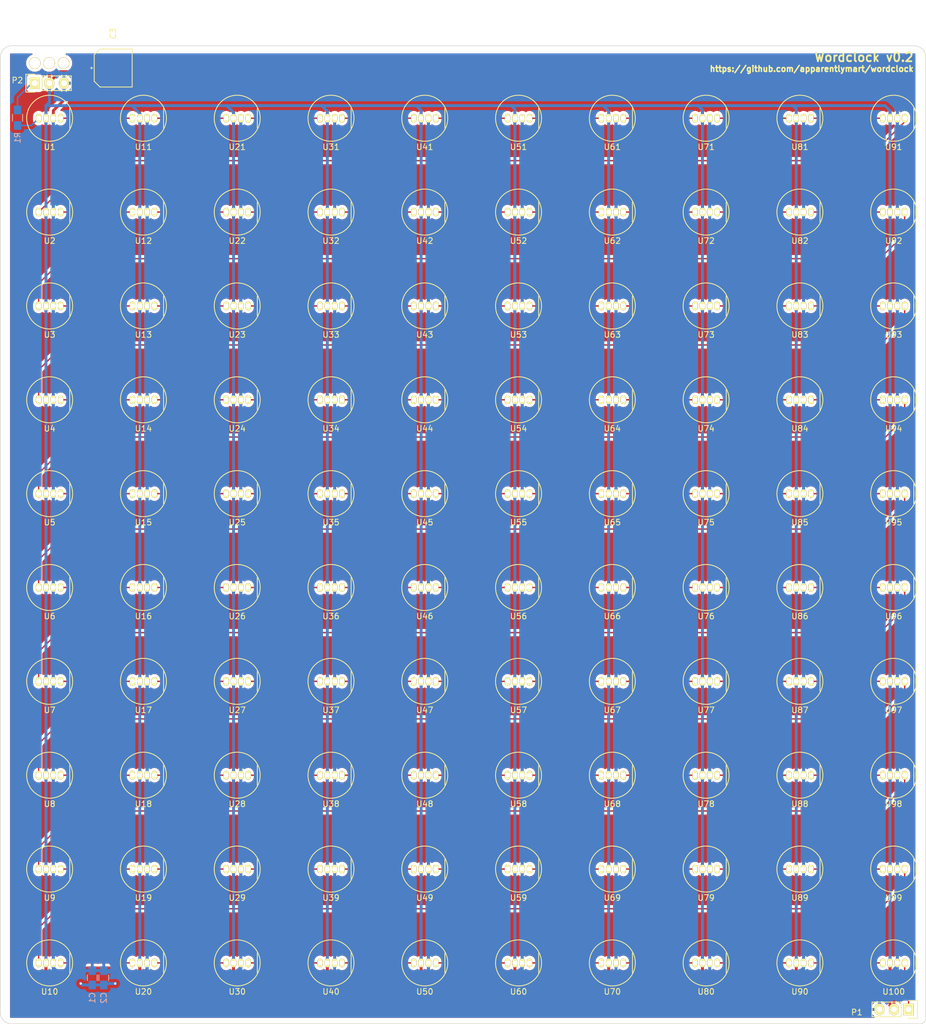
<source format=kicad_pcb>
(kicad_pcb (version 4) (host pcbnew 0.201509051501+6156~29~ubuntu15.04.1-product)
  (layers (0 F.Cu signal) (31 B.Cu signal) (34 B.Paste user) (35 F.Paste user) (36 B.SilkS user) (37 F.SilkS user) (38 B.Mask user) (39 F.Mask user) (44 Edge.Cuts user))
  (net 0 "")
  (net 1 +5V)
  (net 2 GND)
  (net 3 DOUT)
  (net 4 DIN)
  (net 5 "Net-(R1-Pad1)")
  (net 6 "Net-(U1-Pad4)")
  (net 7 "Net-(U12-Pad1)")
  (net 8 "Net-(U2-Pad1)")
  (net 9 "Net-(U13-Pad1)")
  (net 10 "Net-(U3-Pad1)")
  (net 11 "Net-(U14-Pad1)")
  (net 12 "Net-(U4-Pad1)")
  (net 13 "Net-(U15-Pad1)")
  (net 14 "Net-(U5-Pad1)")
  (net 15 "Net-(U16-Pad1)")
  (net 16 "Net-(U6-Pad1)")
  (net 17 "Net-(U17-Pad1)")
  (net 18 "Net-(U7-Pad1)")
  (net 19 "Net-(U18-Pad1)")
  (net 20 "Net-(U8-Pad1)")
  (net 21 "Net-(U19-Pad1)")
  (net 22 "Net-(U9-Pad1)")
  (net 23 "Net-(U10-Pad4)")
  (net 24 "Net-(U10-Pad1)")
  (net 25 "Net-(U11-Pad4)")
  (net 26 "Net-(U12-Pad4)")
  (net 27 "Net-(U13-Pad4)")
  (net 28 "Net-(U14-Pad4)")
  (net 29 "Net-(U15-Pad4)")
  (net 30 "Net-(U16-Pad4)")
  (net 31 "Net-(U17-Pad4)")
  (net 32 "Net-(U18-Pad4)")
  (net 33 "Net-(U19-Pad4)")
  (net 34 "Net-(U20-Pad4)")
  (net 35 "Net-(U21-Pad4)")
  (net 36 "Net-(U22-Pad4)")
  (net 37 "Net-(U23-Pad4)")
  (net 38 "Net-(U24-Pad4)")
  (net 39 "Net-(U25-Pad4)")
  (net 40 "Net-(U26-Pad4)")
  (net 41 "Net-(U27-Pad4)")
  (net 42 "Net-(U28-Pad4)")
  (net 43 "Net-(U29-Pad4)")
  (net 44 "Net-(U30-Pad4)")
  (net 45 "Net-(U31-Pad4)")
  (net 46 "Net-(U32-Pad4)")
  (net 47 "Net-(U33-Pad4)")
  (net 48 "Net-(U34-Pad4)")
  (net 49 "Net-(U35-Pad4)")
  (net 50 "Net-(U36-Pad4)")
  (net 51 "Net-(U37-Pad4)")
  (net 52 "Net-(U38-Pad4)")
  (net 53 "Net-(U39-Pad4)")
  (net 54 "Net-(U40-Pad4)")
  (net 55 "Net-(U41-Pad4)")
  (net 56 "Net-(U42-Pad4)")
  (net 57 "Net-(U43-Pad4)")
  (net 58 "Net-(U44-Pad4)")
  (net 59 "Net-(U45-Pad4)")
  (net 60 "Net-(U46-Pad4)")
  (net 61 "Net-(U47-Pad4)")
  (net 62 "Net-(U48-Pad4)")
  (net 63 "Net-(U49-Pad4)")
  (net 64 "Net-(U50-Pad4)")
  (net 65 "Net-(U51-Pad4)")
  (net 66 "Net-(U52-Pad4)")
  (net 67 "Net-(U53-Pad4)")
  (net 68 "Net-(U54-Pad4)")
  (net 69 "Net-(U55-Pad4)")
  (net 70 "Net-(U56-Pad4)")
  (net 71 "Net-(U57-Pad4)")
  (net 72 "Net-(U58-Pad4)")
  (net 73 "Net-(U59-Pad4)")
  (net 74 "Net-(U60-Pad4)")
  (net 75 "Net-(U61-Pad4)")
  (net 76 "Net-(U62-Pad4)")
  (net 77 "Net-(U63-Pad4)")
  (net 78 "Net-(U64-Pad4)")
  (net 79 "Net-(U65-Pad4)")
  (net 80 "Net-(U66-Pad4)")
  (net 81 "Net-(U67-Pad4)")
  (net 82 "Net-(U68-Pad4)")
  (net 83 "Net-(U69-Pad4)")
  (net 84 "Net-(U70-Pad4)")
  (net 85 "Net-(U71-Pad4)")
  (net 86 "Net-(U72-Pad4)")
  (net 87 "Net-(U73-Pad4)")
  (net 88 "Net-(U74-Pad4)")
  (net 89 "Net-(U75-Pad4)")
  (net 90 "Net-(U76-Pad4)")
  (net 91 "Net-(U77-Pad4)")
  (net 92 "Net-(U78-Pad4)")
  (net 93 "Net-(U79-Pad4)")
  (net 94 "Net-(U80-Pad4)")
  (net 95 "Net-(U81-Pad4)")
  (net 96 "Net-(U82-Pad4)")
  (net 97 "Net-(U83-Pad4)")
  (net 98 "Net-(U84-Pad4)")
  (net 99 "Net-(U85-Pad4)")
  (net 100 "Net-(U86-Pad4)")
  (net 101 "Net-(U87-Pad4)")
  (net 102 "Net-(U88-Pad4)")
  (net 103 "Net-(U89-Pad4)")
  (net 104 "Net-(U100-Pad1)")
  (module Capacitors_SMD:C_0805_HandSoldering (layer B.Cu) (at 27 181 90)
    (fp_text reference C1 (at -3.5 0 90) (layer B.SilkS) (effects (justify mirror)))
    (fp_text value 0.1u)
    (pad 1 smd rect (at -1.25 0 90) (size 1.5 1.25) (layers B.Cu B.Paste B.Mask) (net 1 +5V))
    (pad 2 smd rect (at 1.25 0 90) (size 1.5 1.25) (layers B.Cu B.Paste B.Mask) (net 2 GND))
  )
  (module Capacitors_SMD:C_0805_HandSoldering (layer B.Cu) (at 29 181 90)
    (fp_text reference C2 (at -3.5 0 90) (layer B.SilkS) (effects (justify mirror)))
    (fp_text value 0.1u)
    (pad 1 smd rect (at -1.25 0 90) (size 1.5 1.25) (layers B.Cu B.Paste B.Mask) (net 1 +5V))
    (pad 2 smd rect (at 1.25 0 90) (size 1.5 1.25) (layers B.Cu B.Paste B.Mask) (net 2 GND))
  )
  (module Pin_Headers:Pin_Header_Straight_1x03 (layer F.Cu) (at 169 186.5 270)
    (fp_text reference P1 (at 0.5 9 360) (layer F.SilkS))
    (fp_text value CONN_01X03)
    (pad 1 thru_hole rect (at 0 0 270) (size 2.032 1.7272) (drill 1.016) (layers *.Cu *.Mask F.SilkS) (net 3 DOUT))
    (pad 2 thru_hole oval (at 0 2.54 270) (size 2.032 1.7272) (drill 1.016) (layers *.Cu *.Mask F.SilkS) (net 1 +5V))
    (pad 3 thru_hole oval (at 0 5.08 270) (size 2.032 1.7272) (drill 1.016) (layers *.Cu *.Mask F.SilkS) (net 2 GND))
  )
  (module Pin_Headers:Pin_Header_Straight_1x03 (layer F.Cu) (at 17 25.5 90)
    (fp_text reference P2 (at 0.5 -3.03 360) (layer F.SilkS))
    (fp_text value CONN_01X03)
    (pad 1 thru_hole rect (at 0 0 90) (size 2.032 1.7272) (drill 1.016) (layers *.Cu *.Mask F.SilkS) (net 4 DIN))
    (pad 2 thru_hole oval (at 0 2.54 90) (size 2.032 1.7272) (drill 1.016) (layers *.Cu *.Mask F.SilkS) (net 1 +5V))
    (pad 3 thru_hole oval (at 0 5.08 90) (size 2.032 1.7272) (drill 1.016) (layers *.Cu *.Mask F.SilkS) (net 2 GND))
  )
  (module Resistors_SMD:R_0805_HandSoldering (layer B.Cu) (at 14 31.5 90)
    (fp_text reference R1 (at -3.5 0 90) (layer B.SilkS) (effects (justify mirror)))
    (fp_text value 300)
    (pad 1 smd rect (at -1.35 0 90) (size 1.5 1.3) (layers B.Cu B.Paste B.Mask) (net 5 "Net-(R1-Pad1)"))
    (pad 2 smd rect (at 1.35 0 90) (size 1.5 1.3) (layers B.Cu B.Paste B.Mask) (net 4 DIN))
  )
  (module ledboard2:STRAINHOLE (layer F.Cu) (at 17 22)
    (fp_text reference REF** hide)
    (fp_text value STRAINHOLE hide)
    (pad 1 thru_hole circle (at 0 0) (size 2 2) (drill 1.8) (layers *.Cu *.Mask F.SilkS))
  )
  (module ledboard2:STRAINHOLE (layer F.Cu) (at 19.5 22)
    (fp_text reference REF** hide)
    (fp_text value STRAINHOLE hide)
    (pad 1 thru_hole circle (at 0 0) (size 2 2) (drill 1.8) (layers *.Cu *.Mask F.SilkS))
  )
  (module ledboard2:STRAINHOLE (layer F.Cu) (at 22 22)
    (fp_text reference REF** hide)
    (fp_text value STRAINHOLE hide)
    (pad 1 thru_hole circle (at 0 0) (size 2 2) (drill 1.8) (layers *.Cu *.Mask F.SilkS))
  )
  (module ledboard2:CPOL_SMD_6.3mm (layer F.Cu) (at 30.64 22.86 90)
    (fp_text reference C3 (at 6 0 90) (layer F.SilkS))
    (fp_text value CP)
    (fp_text user + (at 0 -3.8 90) (layer F.SilkS) (effects (font (size 0.5 0.5) (thickness 0.125))))
    (pad 1 smd rect (at 0 -3.65 90) (size 1.6 3.5) (layers F.Cu F.Paste F.Mask) (net 1 +5V))
    (pad 2 smd rect (at 0 3.65 90) (size 1.6 3.5) (layers F.Cu F.Paste F.Mask) (net 2 GND))
  )
  (module ledboard2:NEOPIXEL_8MM (layer F.Cu) (at 166.413 178.413)
    (fp_text reference U100 (at 0 5) (layer F.SilkS))
    (fp_text value NEOPIXEL)
    (pad 2 thru_hole oval (at -0.6375 0) (size 0.96 1.5) (drill 0.8) (layers *.Cu *.Mask F.SilkS) (net 1 +5V))
    (pad 3 thru_hole oval (at 0.6375 0) (size 0.96 1.5) (drill 0.8) (layers *.Cu *.Mask F.SilkS) (net 2 GND))
    (pad 4 thru_hole oval (at 1.9125 0) (size 0.96 1.5) (drill 0.8) (layers *.Cu *.Mask F.SilkS) (net 3 DOUT))
    (pad 1 thru_hole oval (at -1.9125 0) (size 0.96 1.5) (drill 0.8) (layers *.Cu *.Mask F.SilkS) (net 104 "Net-(U100-Pad1)"))
  )
  (module ledboard2:NEOPIXEL_8MM (layer F.Cu) (at 166.413 162.099)
    (fp_text reference U99 (at 0 5) (layer F.SilkS))
    (fp_text value NEOPIXEL)
    (pad 2 thru_hole oval (at -0.6375 0) (size 0.96 1.5) (drill 0.8) (layers *.Cu *.Mask F.SilkS) (net 1 +5V))
    (pad 3 thru_hole oval (at 0.6375 0) (size 0.96 1.5) (drill 0.8) (layers *.Cu *.Mask F.SilkS) (net 2 GND))
    (pad 4 thru_hole oval (at 1.9125 0) (size 0.96 1.5) (drill 0.8) (layers *.Cu *.Mask F.SilkS) (net 24 "Net-(U10-Pad1)"))
    (pad 1 thru_hole oval (at -1.9125 0) (size 0.96 1.5) (drill 0.8) (layers *.Cu *.Mask F.SilkS) (net 103 "Net-(U89-Pad4)"))
  )
  (module ledboard2:NEOPIXEL_8MM (layer F.Cu) (at 166.413 145.785)
    (fp_text reference U98 (at 0 5) (layer F.SilkS))
    (fp_text value NEOPIXEL)
    (pad 2 thru_hole oval (at -0.6375 0) (size 0.96 1.5) (drill 0.8) (layers *.Cu *.Mask F.SilkS) (net 1 +5V))
    (pad 3 thru_hole oval (at 0.6375 0) (size 0.96 1.5) (drill 0.8) (layers *.Cu *.Mask F.SilkS) (net 2 GND))
    (pad 4 thru_hole oval (at 1.9125 0) (size 0.96 1.5) (drill 0.8) (layers *.Cu *.Mask F.SilkS) (net 22 "Net-(U9-Pad1)"))
    (pad 1 thru_hole oval (at -1.9125 0) (size 0.96 1.5) (drill 0.8) (layers *.Cu *.Mask F.SilkS) (net 102 "Net-(U88-Pad4)"))
  )
  (module ledboard2:NEOPIXEL_8MM (layer F.Cu) (at 166.413 129.471)
    (fp_text reference U97 (at 0 5) (layer F.SilkS))
    (fp_text value NEOPIXEL)
    (pad 2 thru_hole oval (at -0.6375 0) (size 0.96 1.5) (drill 0.8) (layers *.Cu *.Mask F.SilkS) (net 1 +5V))
    (pad 3 thru_hole oval (at 0.6375 0) (size 0.96 1.5) (drill 0.8) (layers *.Cu *.Mask F.SilkS) (net 2 GND))
    (pad 4 thru_hole oval (at 1.9125 0) (size 0.96 1.5) (drill 0.8) (layers *.Cu *.Mask F.SilkS) (net 20 "Net-(U8-Pad1)"))
    (pad 1 thru_hole oval (at -1.9125 0) (size 0.96 1.5) (drill 0.8) (layers *.Cu *.Mask F.SilkS) (net 101 "Net-(U87-Pad4)"))
  )
  (module ledboard2:NEOPIXEL_8MM (layer F.Cu) (at 166.413 113.157)
    (fp_text reference U96 (at 0 5) (layer F.SilkS))
    (fp_text value NEOPIXEL)
    (pad 2 thru_hole oval (at -0.6375 0) (size 0.96 1.5) (drill 0.8) (layers *.Cu *.Mask F.SilkS) (net 1 +5V))
    (pad 3 thru_hole oval (at 0.6375 0) (size 0.96 1.5) (drill 0.8) (layers *.Cu *.Mask F.SilkS) (net 2 GND))
    (pad 4 thru_hole oval (at 1.9125 0) (size 0.96 1.5) (drill 0.8) (layers *.Cu *.Mask F.SilkS) (net 18 "Net-(U7-Pad1)"))
    (pad 1 thru_hole oval (at -1.9125 0) (size 0.96 1.5) (drill 0.8) (layers *.Cu *.Mask F.SilkS) (net 100 "Net-(U86-Pad4)"))
  )
  (module ledboard2:NEOPIXEL_8MM (layer F.Cu) (at 166.413 96.843)
    (fp_text reference U95 (at 0 5) (layer F.SilkS))
    (fp_text value NEOPIXEL)
    (pad 2 thru_hole oval (at -0.6375 0) (size 0.96 1.5) (drill 0.8) (layers *.Cu *.Mask F.SilkS) (net 1 +5V))
    (pad 3 thru_hole oval (at 0.6375 0) (size 0.96 1.5) (drill 0.8) (layers *.Cu *.Mask F.SilkS) (net 2 GND))
    (pad 4 thru_hole oval (at 1.9125 0) (size 0.96 1.5) (drill 0.8) (layers *.Cu *.Mask F.SilkS) (net 16 "Net-(U6-Pad1)"))
    (pad 1 thru_hole oval (at -1.9125 0) (size 0.96 1.5) (drill 0.8) (layers *.Cu *.Mask F.SilkS) (net 99 "Net-(U85-Pad4)"))
  )
  (module ledboard2:NEOPIXEL_8MM (layer F.Cu) (at 166.413 80.529)
    (fp_text reference U94 (at 0 5) (layer F.SilkS))
    (fp_text value NEOPIXEL)
    (pad 2 thru_hole oval (at -0.6375 0) (size 0.96 1.5) (drill 0.8) (layers *.Cu *.Mask F.SilkS) (net 1 +5V))
    (pad 3 thru_hole oval (at 0.6375 0) (size 0.96 1.5) (drill 0.8) (layers *.Cu *.Mask F.SilkS) (net 2 GND))
    (pad 4 thru_hole oval (at 1.9125 0) (size 0.96 1.5) (drill 0.8) (layers *.Cu *.Mask F.SilkS) (net 14 "Net-(U5-Pad1)"))
    (pad 1 thru_hole oval (at -1.9125 0) (size 0.96 1.5) (drill 0.8) (layers *.Cu *.Mask F.SilkS) (net 98 "Net-(U84-Pad4)"))
  )
  (module ledboard2:NEOPIXEL_8MM (layer F.Cu) (at 166.413 64.215)
    (fp_text reference U93 (at 0 5) (layer F.SilkS))
    (fp_text value NEOPIXEL)
    (pad 2 thru_hole oval (at -0.6375 0) (size 0.96 1.5) (drill 0.8) (layers *.Cu *.Mask F.SilkS) (net 1 +5V))
    (pad 3 thru_hole oval (at 0.6375 0) (size 0.96 1.5) (drill 0.8) (layers *.Cu *.Mask F.SilkS) (net 2 GND))
    (pad 4 thru_hole oval (at 1.9125 0) (size 0.96 1.5) (drill 0.8) (layers *.Cu *.Mask F.SilkS) (net 12 "Net-(U4-Pad1)"))
    (pad 1 thru_hole oval (at -1.9125 0) (size 0.96 1.5) (drill 0.8) (layers *.Cu *.Mask F.SilkS) (net 97 "Net-(U83-Pad4)"))
  )
  (module ledboard2:NEOPIXEL_8MM (layer F.Cu) (at 166.413 47.901)
    (fp_text reference U92 (at 0 5) (layer F.SilkS))
    (fp_text value NEOPIXEL)
    (pad 2 thru_hole oval (at -0.6375 0) (size 0.96 1.5) (drill 0.8) (layers *.Cu *.Mask F.SilkS) (net 1 +5V))
    (pad 3 thru_hole oval (at 0.6375 0) (size 0.96 1.5) (drill 0.8) (layers *.Cu *.Mask F.SilkS) (net 2 GND))
    (pad 4 thru_hole oval (at 1.9125 0) (size 0.96 1.5) (drill 0.8) (layers *.Cu *.Mask F.SilkS) (net 10 "Net-(U3-Pad1)"))
    (pad 1 thru_hole oval (at -1.9125 0) (size 0.96 1.5) (drill 0.8) (layers *.Cu *.Mask F.SilkS) (net 96 "Net-(U82-Pad4)"))
  )
  (module ledboard2:NEOPIXEL_8MM (layer F.Cu) (at 166.413 31.587)
    (fp_text reference U91 (at 0 5) (layer F.SilkS))
    (fp_text value NEOPIXEL)
    (pad 2 thru_hole oval (at -0.6375 0) (size 0.96 1.5) (drill 0.8) (layers *.Cu *.Mask F.SilkS) (net 1 +5V))
    (pad 3 thru_hole oval (at 0.6375 0) (size 0.96 1.5) (drill 0.8) (layers *.Cu *.Mask F.SilkS) (net 2 GND))
    (pad 4 thru_hole oval (at 1.9125 0) (size 0.96 1.5) (drill 0.8) (layers *.Cu *.Mask F.SilkS) (net 8 "Net-(U2-Pad1)"))
    (pad 1 thru_hole oval (at -1.9125 0) (size 0.96 1.5) (drill 0.8) (layers *.Cu *.Mask F.SilkS) (net 95 "Net-(U81-Pad4)"))
  )
  (module ledboard2:NEOPIXEL_8MM (layer F.Cu) (at 150.099 178.413)
    (fp_text reference U90 (at 0 5) (layer F.SilkS))
    (fp_text value NEOPIXEL)
    (pad 2 thru_hole oval (at -0.6375 0) (size 0.96 1.5) (drill 0.8) (layers *.Cu *.Mask F.SilkS) (net 1 +5V))
    (pad 3 thru_hole oval (at 0.6375 0) (size 0.96 1.5) (drill 0.8) (layers *.Cu *.Mask F.SilkS) (net 2 GND))
    (pad 4 thru_hole oval (at 1.9125 0) (size 0.96 1.5) (drill 0.8) (layers *.Cu *.Mask F.SilkS) (net 104 "Net-(U100-Pad1)"))
    (pad 1 thru_hole oval (at -1.9125 0) (size 0.96 1.5) (drill 0.8) (layers *.Cu *.Mask F.SilkS) (net 94 "Net-(U80-Pad4)"))
  )
  (module ledboard2:NEOPIXEL_8MM (layer F.Cu) (at 150.099 162.099)
    (fp_text reference U89 (at 0 5) (layer F.SilkS))
    (fp_text value NEOPIXEL)
    (pad 2 thru_hole oval (at -0.6375 0) (size 0.96 1.5) (drill 0.8) (layers *.Cu *.Mask F.SilkS) (net 1 +5V))
    (pad 3 thru_hole oval (at 0.6375 0) (size 0.96 1.5) (drill 0.8) (layers *.Cu *.Mask F.SilkS) (net 2 GND))
    (pad 4 thru_hole oval (at 1.9125 0) (size 0.96 1.5) (drill 0.8) (layers *.Cu *.Mask F.SilkS) (net 103 "Net-(U89-Pad4)"))
    (pad 1 thru_hole oval (at -1.9125 0) (size 0.96 1.5) (drill 0.8) (layers *.Cu *.Mask F.SilkS) (net 93 "Net-(U79-Pad4)"))
  )
  (module ledboard2:NEOPIXEL_8MM (layer F.Cu) (at 150.099 145.785)
    (fp_text reference U88 (at 0 5) (layer F.SilkS))
    (fp_text value NEOPIXEL)
    (pad 2 thru_hole oval (at -0.6375 0) (size 0.96 1.5) (drill 0.8) (layers *.Cu *.Mask F.SilkS) (net 1 +5V))
    (pad 3 thru_hole oval (at 0.6375 0) (size 0.96 1.5) (drill 0.8) (layers *.Cu *.Mask F.SilkS) (net 2 GND))
    (pad 4 thru_hole oval (at 1.9125 0) (size 0.96 1.5) (drill 0.8) (layers *.Cu *.Mask F.SilkS) (net 102 "Net-(U88-Pad4)"))
    (pad 1 thru_hole oval (at -1.9125 0) (size 0.96 1.5) (drill 0.8) (layers *.Cu *.Mask F.SilkS) (net 92 "Net-(U78-Pad4)"))
  )
  (module ledboard2:NEOPIXEL_8MM (layer F.Cu) (at 150.099 129.471)
    (fp_text reference U87 (at 0 5) (layer F.SilkS))
    (fp_text value NEOPIXEL)
    (pad 2 thru_hole oval (at -0.6375 0) (size 0.96 1.5) (drill 0.8) (layers *.Cu *.Mask F.SilkS) (net 1 +5V))
    (pad 3 thru_hole oval (at 0.6375 0) (size 0.96 1.5) (drill 0.8) (layers *.Cu *.Mask F.SilkS) (net 2 GND))
    (pad 4 thru_hole oval (at 1.9125 0) (size 0.96 1.5) (drill 0.8) (layers *.Cu *.Mask F.SilkS) (net 101 "Net-(U87-Pad4)"))
    (pad 1 thru_hole oval (at -1.9125 0) (size 0.96 1.5) (drill 0.8) (layers *.Cu *.Mask F.SilkS) (net 91 "Net-(U77-Pad4)"))
  )
  (module ledboard2:NEOPIXEL_8MM (layer F.Cu) (at 150.099 113.157)
    (fp_text reference U86 (at 0 5) (layer F.SilkS))
    (fp_text value NEOPIXEL)
    (pad 2 thru_hole oval (at -0.6375 0) (size 0.96 1.5) (drill 0.8) (layers *.Cu *.Mask F.SilkS) (net 1 +5V))
    (pad 3 thru_hole oval (at 0.6375 0) (size 0.96 1.5) (drill 0.8) (layers *.Cu *.Mask F.SilkS) (net 2 GND))
    (pad 4 thru_hole oval (at 1.9125 0) (size 0.96 1.5) (drill 0.8) (layers *.Cu *.Mask F.SilkS) (net 100 "Net-(U86-Pad4)"))
    (pad 1 thru_hole oval (at -1.9125 0) (size 0.96 1.5) (drill 0.8) (layers *.Cu *.Mask F.SilkS) (net 90 "Net-(U76-Pad4)"))
  )
  (module ledboard2:NEOPIXEL_8MM (layer F.Cu) (at 150.099 96.843)
    (fp_text reference U85 (at 0 5) (layer F.SilkS))
    (fp_text value NEOPIXEL)
    (pad 2 thru_hole oval (at -0.6375 0) (size 0.96 1.5) (drill 0.8) (layers *.Cu *.Mask F.SilkS) (net 1 +5V))
    (pad 3 thru_hole oval (at 0.6375 0) (size 0.96 1.5) (drill 0.8) (layers *.Cu *.Mask F.SilkS) (net 2 GND))
    (pad 4 thru_hole oval (at 1.9125 0) (size 0.96 1.5) (drill 0.8) (layers *.Cu *.Mask F.SilkS) (net 99 "Net-(U85-Pad4)"))
    (pad 1 thru_hole oval (at -1.9125 0) (size 0.96 1.5) (drill 0.8) (layers *.Cu *.Mask F.SilkS) (net 89 "Net-(U75-Pad4)"))
  )
  (module ledboard2:NEOPIXEL_8MM (layer F.Cu) (at 150.099 80.529)
    (fp_text reference U84 (at 0 5) (layer F.SilkS))
    (fp_text value NEOPIXEL)
    (pad 2 thru_hole oval (at -0.6375 0) (size 0.96 1.5) (drill 0.8) (layers *.Cu *.Mask F.SilkS) (net 1 +5V))
    (pad 3 thru_hole oval (at 0.6375 0) (size 0.96 1.5) (drill 0.8) (layers *.Cu *.Mask F.SilkS) (net 2 GND))
    (pad 4 thru_hole oval (at 1.9125 0) (size 0.96 1.5) (drill 0.8) (layers *.Cu *.Mask F.SilkS) (net 98 "Net-(U84-Pad4)"))
    (pad 1 thru_hole oval (at -1.9125 0) (size 0.96 1.5) (drill 0.8) (layers *.Cu *.Mask F.SilkS) (net 88 "Net-(U74-Pad4)"))
  )
  (module ledboard2:NEOPIXEL_8MM (layer F.Cu) (at 150.099 64.215)
    (fp_text reference U83 (at 0 5) (layer F.SilkS))
    (fp_text value NEOPIXEL)
    (pad 2 thru_hole oval (at -0.6375 0) (size 0.96 1.5) (drill 0.8) (layers *.Cu *.Mask F.SilkS) (net 1 +5V))
    (pad 3 thru_hole oval (at 0.6375 0) (size 0.96 1.5) (drill 0.8) (layers *.Cu *.Mask F.SilkS) (net 2 GND))
    (pad 4 thru_hole oval (at 1.9125 0) (size 0.96 1.5) (drill 0.8) (layers *.Cu *.Mask F.SilkS) (net 97 "Net-(U83-Pad4)"))
    (pad 1 thru_hole oval (at -1.9125 0) (size 0.96 1.5) (drill 0.8) (layers *.Cu *.Mask F.SilkS) (net 87 "Net-(U73-Pad4)"))
  )
  (module ledboard2:NEOPIXEL_8MM (layer F.Cu) (at 150.099 47.901)
    (fp_text reference U82 (at 0 5) (layer F.SilkS))
    (fp_text value NEOPIXEL)
    (pad 2 thru_hole oval (at -0.6375 0) (size 0.96 1.5) (drill 0.8) (layers *.Cu *.Mask F.SilkS) (net 1 +5V))
    (pad 3 thru_hole oval (at 0.6375 0) (size 0.96 1.5) (drill 0.8) (layers *.Cu *.Mask F.SilkS) (net 2 GND))
    (pad 4 thru_hole oval (at 1.9125 0) (size 0.96 1.5) (drill 0.8) (layers *.Cu *.Mask F.SilkS) (net 96 "Net-(U82-Pad4)"))
    (pad 1 thru_hole oval (at -1.9125 0) (size 0.96 1.5) (drill 0.8) (layers *.Cu *.Mask F.SilkS) (net 86 "Net-(U72-Pad4)"))
  )
  (module ledboard2:NEOPIXEL_8MM (layer F.Cu) (at 150.099 31.587)
    (fp_text reference U81 (at 0 5) (layer F.SilkS))
    (fp_text value NEOPIXEL)
    (pad 2 thru_hole oval (at -0.6375 0) (size 0.96 1.5) (drill 0.8) (layers *.Cu *.Mask F.SilkS) (net 1 +5V))
    (pad 3 thru_hole oval (at 0.6375 0) (size 0.96 1.5) (drill 0.8) (layers *.Cu *.Mask F.SilkS) (net 2 GND))
    (pad 4 thru_hole oval (at 1.9125 0) (size 0.96 1.5) (drill 0.8) (layers *.Cu *.Mask F.SilkS) (net 95 "Net-(U81-Pad4)"))
    (pad 1 thru_hole oval (at -1.9125 0) (size 0.96 1.5) (drill 0.8) (layers *.Cu *.Mask F.SilkS) (net 85 "Net-(U71-Pad4)"))
  )
  (module ledboard2:NEOPIXEL_8MM (layer F.Cu) (at 133.785 178.413)
    (fp_text reference U80 (at 0 5) (layer F.SilkS))
    (fp_text value NEOPIXEL)
    (pad 2 thru_hole oval (at -0.6375 0) (size 0.96 1.5) (drill 0.8) (layers *.Cu *.Mask F.SilkS) (net 1 +5V))
    (pad 3 thru_hole oval (at 0.6375 0) (size 0.96 1.5) (drill 0.8) (layers *.Cu *.Mask F.SilkS) (net 2 GND))
    (pad 4 thru_hole oval (at 1.9125 0) (size 0.96 1.5) (drill 0.8) (layers *.Cu *.Mask F.SilkS) (net 94 "Net-(U80-Pad4)"))
    (pad 1 thru_hole oval (at -1.9125 0) (size 0.96 1.5) (drill 0.8) (layers *.Cu *.Mask F.SilkS) (net 84 "Net-(U70-Pad4)"))
  )
  (module ledboard2:NEOPIXEL_8MM (layer F.Cu) (at 133.785 162.099)
    (fp_text reference U79 (at 0 5) (layer F.SilkS))
    (fp_text value NEOPIXEL)
    (pad 2 thru_hole oval (at -0.6375 0) (size 0.96 1.5) (drill 0.8) (layers *.Cu *.Mask F.SilkS) (net 1 +5V))
    (pad 3 thru_hole oval (at 0.6375 0) (size 0.96 1.5) (drill 0.8) (layers *.Cu *.Mask F.SilkS) (net 2 GND))
    (pad 4 thru_hole oval (at 1.9125 0) (size 0.96 1.5) (drill 0.8) (layers *.Cu *.Mask F.SilkS) (net 93 "Net-(U79-Pad4)"))
    (pad 1 thru_hole oval (at -1.9125 0) (size 0.96 1.5) (drill 0.8) (layers *.Cu *.Mask F.SilkS) (net 83 "Net-(U69-Pad4)"))
  )
  (module ledboard2:NEOPIXEL_8MM (layer F.Cu) (at 133.785 145.785)
    (fp_text reference U78 (at 0 5) (layer F.SilkS))
    (fp_text value NEOPIXEL)
    (pad 2 thru_hole oval (at -0.6375 0) (size 0.96 1.5) (drill 0.8) (layers *.Cu *.Mask F.SilkS) (net 1 +5V))
    (pad 3 thru_hole oval (at 0.6375 0) (size 0.96 1.5) (drill 0.8) (layers *.Cu *.Mask F.SilkS) (net 2 GND))
    (pad 4 thru_hole oval (at 1.9125 0) (size 0.96 1.5) (drill 0.8) (layers *.Cu *.Mask F.SilkS) (net 92 "Net-(U78-Pad4)"))
    (pad 1 thru_hole oval (at -1.9125 0) (size 0.96 1.5) (drill 0.8) (layers *.Cu *.Mask F.SilkS) (net 82 "Net-(U68-Pad4)"))
  )
  (module ledboard2:NEOPIXEL_8MM (layer F.Cu) (at 133.785 129.471)
    (fp_text reference U77 (at 0 5) (layer F.SilkS))
    (fp_text value NEOPIXEL)
    (pad 2 thru_hole oval (at -0.6375 0) (size 0.96 1.5) (drill 0.8) (layers *.Cu *.Mask F.SilkS) (net 1 +5V))
    (pad 3 thru_hole oval (at 0.6375 0) (size 0.96 1.5) (drill 0.8) (layers *.Cu *.Mask F.SilkS) (net 2 GND))
    (pad 4 thru_hole oval (at 1.9125 0) (size 0.96 1.5) (drill 0.8) (layers *.Cu *.Mask F.SilkS) (net 91 "Net-(U77-Pad4)"))
    (pad 1 thru_hole oval (at -1.9125 0) (size 0.96 1.5) (drill 0.8) (layers *.Cu *.Mask F.SilkS) (net 81 "Net-(U67-Pad4)"))
  )
  (module ledboard2:NEOPIXEL_8MM (layer F.Cu) (at 133.785 113.157)
    (fp_text reference U76 (at 0 5) (layer F.SilkS))
    (fp_text value NEOPIXEL)
    (pad 2 thru_hole oval (at -0.6375 0) (size 0.96 1.5) (drill 0.8) (layers *.Cu *.Mask F.SilkS) (net 1 +5V))
    (pad 3 thru_hole oval (at 0.6375 0) (size 0.96 1.5) (drill 0.8) (layers *.Cu *.Mask F.SilkS) (net 2 GND))
    (pad 4 thru_hole oval (at 1.9125 0) (size 0.96 1.5) (drill 0.8) (layers *.Cu *.Mask F.SilkS) (net 90 "Net-(U76-Pad4)"))
    (pad 1 thru_hole oval (at -1.9125 0) (size 0.96 1.5) (drill 0.8) (layers *.Cu *.Mask F.SilkS) (net 80 "Net-(U66-Pad4)"))
  )
  (module ledboard2:NEOPIXEL_8MM (layer F.Cu) (at 133.785 96.843)
    (fp_text reference U75 (at 0 5) (layer F.SilkS))
    (fp_text value NEOPIXEL)
    (pad 2 thru_hole oval (at -0.6375 0) (size 0.96 1.5) (drill 0.8) (layers *.Cu *.Mask F.SilkS) (net 1 +5V))
    (pad 3 thru_hole oval (at 0.6375 0) (size 0.96 1.5) (drill 0.8) (layers *.Cu *.Mask F.SilkS) (net 2 GND))
    (pad 4 thru_hole oval (at 1.9125 0) (size 0.96 1.5) (drill 0.8) (layers *.Cu *.Mask F.SilkS) (net 89 "Net-(U75-Pad4)"))
    (pad 1 thru_hole oval (at -1.9125 0) (size 0.96 1.5) (drill 0.8) (layers *.Cu *.Mask F.SilkS) (net 79 "Net-(U65-Pad4)"))
  )
  (module ledboard2:NEOPIXEL_8MM (layer F.Cu) (at 133.785 80.529)
    (fp_text reference U74 (at 0 5) (layer F.SilkS))
    (fp_text value NEOPIXEL)
    (pad 2 thru_hole oval (at -0.6375 0) (size 0.96 1.5) (drill 0.8) (layers *.Cu *.Mask F.SilkS) (net 1 +5V))
    (pad 3 thru_hole oval (at 0.6375 0) (size 0.96 1.5) (drill 0.8) (layers *.Cu *.Mask F.SilkS) (net 2 GND))
    (pad 4 thru_hole oval (at 1.9125 0) (size 0.96 1.5) (drill 0.8) (layers *.Cu *.Mask F.SilkS) (net 88 "Net-(U74-Pad4)"))
    (pad 1 thru_hole oval (at -1.9125 0) (size 0.96 1.5) (drill 0.8) (layers *.Cu *.Mask F.SilkS) (net 78 "Net-(U64-Pad4)"))
  )
  (module ledboard2:NEOPIXEL_8MM (layer F.Cu) (at 133.785 64.215)
    (fp_text reference U73 (at 0 5) (layer F.SilkS))
    (fp_text value NEOPIXEL)
    (pad 2 thru_hole oval (at -0.6375 0) (size 0.96 1.5) (drill 0.8) (layers *.Cu *.Mask F.SilkS) (net 1 +5V))
    (pad 3 thru_hole oval (at 0.6375 0) (size 0.96 1.5) (drill 0.8) (layers *.Cu *.Mask F.SilkS) (net 2 GND))
    (pad 4 thru_hole oval (at 1.9125 0) (size 0.96 1.5) (drill 0.8) (layers *.Cu *.Mask F.SilkS) (net 87 "Net-(U73-Pad4)"))
    (pad 1 thru_hole oval (at -1.9125 0) (size 0.96 1.5) (drill 0.8) (layers *.Cu *.Mask F.SilkS) (net 77 "Net-(U63-Pad4)"))
  )
  (module ledboard2:NEOPIXEL_8MM (layer F.Cu) (at 133.785 47.901)
    (fp_text reference U72 (at 0 5) (layer F.SilkS))
    (fp_text value NEOPIXEL)
    (pad 2 thru_hole oval (at -0.6375 0) (size 0.96 1.5) (drill 0.8) (layers *.Cu *.Mask F.SilkS) (net 1 +5V))
    (pad 3 thru_hole oval (at 0.6375 0) (size 0.96 1.5) (drill 0.8) (layers *.Cu *.Mask F.SilkS) (net 2 GND))
    (pad 4 thru_hole oval (at 1.9125 0) (size 0.96 1.5) (drill 0.8) (layers *.Cu *.Mask F.SilkS) (net 86 "Net-(U72-Pad4)"))
    (pad 1 thru_hole oval (at -1.9125 0) (size 0.96 1.5) (drill 0.8) (layers *.Cu *.Mask F.SilkS) (net 76 "Net-(U62-Pad4)"))
  )
  (module ledboard2:NEOPIXEL_8MM (layer F.Cu) (at 133.785 31.587)
    (fp_text reference U71 (at 0 5) (layer F.SilkS))
    (fp_text value NEOPIXEL)
    (pad 2 thru_hole oval (at -0.6375 0) (size 0.96 1.5) (drill 0.8) (layers *.Cu *.Mask F.SilkS) (net 1 +5V))
    (pad 3 thru_hole oval (at 0.6375 0) (size 0.96 1.5) (drill 0.8) (layers *.Cu *.Mask F.SilkS) (net 2 GND))
    (pad 4 thru_hole oval (at 1.9125 0) (size 0.96 1.5) (drill 0.8) (layers *.Cu *.Mask F.SilkS) (net 85 "Net-(U71-Pad4)"))
    (pad 1 thru_hole oval (at -1.9125 0) (size 0.96 1.5) (drill 0.8) (layers *.Cu *.Mask F.SilkS) (net 75 "Net-(U61-Pad4)"))
  )
  (module ledboard2:NEOPIXEL_8MM (layer F.Cu) (at 117.471 178.413)
    (fp_text reference U70 (at 0 5) (layer F.SilkS))
    (fp_text value NEOPIXEL)
    (pad 2 thru_hole oval (at -0.6375 0) (size 0.96 1.5) (drill 0.8) (layers *.Cu *.Mask F.SilkS) (net 1 +5V))
    (pad 3 thru_hole oval (at 0.6375 0) (size 0.96 1.5) (drill 0.8) (layers *.Cu *.Mask F.SilkS) (net 2 GND))
    (pad 4 thru_hole oval (at 1.9125 0) (size 0.96 1.5) (drill 0.8) (layers *.Cu *.Mask F.SilkS) (net 84 "Net-(U70-Pad4)"))
    (pad 1 thru_hole oval (at -1.9125 0) (size 0.96 1.5) (drill 0.8) (layers *.Cu *.Mask F.SilkS) (net 74 "Net-(U60-Pad4)"))
  )
  (module ledboard2:NEOPIXEL_8MM (layer F.Cu) (at 117.471 162.099)
    (fp_text reference U69 (at 0 5) (layer F.SilkS))
    (fp_text value NEOPIXEL)
    (pad 2 thru_hole oval (at -0.6375 0) (size 0.96 1.5) (drill 0.8) (layers *.Cu *.Mask F.SilkS) (net 1 +5V))
    (pad 3 thru_hole oval (at 0.6375 0) (size 0.96 1.5) (drill 0.8) (layers *.Cu *.Mask F.SilkS) (net 2 GND))
    (pad 4 thru_hole oval (at 1.9125 0) (size 0.96 1.5) (drill 0.8) (layers *.Cu *.Mask F.SilkS) (net 83 "Net-(U69-Pad4)"))
    (pad 1 thru_hole oval (at -1.9125 0) (size 0.96 1.5) (drill 0.8) (layers *.Cu *.Mask F.SilkS) (net 73 "Net-(U59-Pad4)"))
  )
  (module ledboard2:NEOPIXEL_8MM (layer F.Cu) (at 117.471 145.785)
    (fp_text reference U68 (at 0 5) (layer F.SilkS))
    (fp_text value NEOPIXEL)
    (pad 2 thru_hole oval (at -0.6375 0) (size 0.96 1.5) (drill 0.8) (layers *.Cu *.Mask F.SilkS) (net 1 +5V))
    (pad 3 thru_hole oval (at 0.6375 0) (size 0.96 1.5) (drill 0.8) (layers *.Cu *.Mask F.SilkS) (net 2 GND))
    (pad 4 thru_hole oval (at 1.9125 0) (size 0.96 1.5) (drill 0.8) (layers *.Cu *.Mask F.SilkS) (net 82 "Net-(U68-Pad4)"))
    (pad 1 thru_hole oval (at -1.9125 0) (size 0.96 1.5) (drill 0.8) (layers *.Cu *.Mask F.SilkS) (net 72 "Net-(U58-Pad4)"))
  )
  (module ledboard2:NEOPIXEL_8MM (layer F.Cu) (at 117.471 129.471)
    (fp_text reference U67 (at 0 5) (layer F.SilkS))
    (fp_text value NEOPIXEL)
    (pad 2 thru_hole oval (at -0.6375 0) (size 0.96 1.5) (drill 0.8) (layers *.Cu *.Mask F.SilkS) (net 1 +5V))
    (pad 3 thru_hole oval (at 0.6375 0) (size 0.96 1.5) (drill 0.8) (layers *.Cu *.Mask F.SilkS) (net 2 GND))
    (pad 4 thru_hole oval (at 1.9125 0) (size 0.96 1.5) (drill 0.8) (layers *.Cu *.Mask F.SilkS) (net 81 "Net-(U67-Pad4)"))
    (pad 1 thru_hole oval (at -1.9125 0) (size 0.96 1.5) (drill 0.8) (layers *.Cu *.Mask F.SilkS) (net 71 "Net-(U57-Pad4)"))
  )
  (module ledboard2:NEOPIXEL_8MM (layer F.Cu) (at 117.471 113.157)
    (fp_text reference U66 (at 0 5) (layer F.SilkS))
    (fp_text value NEOPIXEL)
    (pad 2 thru_hole oval (at -0.6375 0) (size 0.96 1.5) (drill 0.8) (layers *.Cu *.Mask F.SilkS) (net 1 +5V))
    (pad 3 thru_hole oval (at 0.6375 0) (size 0.96 1.5) (drill 0.8) (layers *.Cu *.Mask F.SilkS) (net 2 GND))
    (pad 4 thru_hole oval (at 1.9125 0) (size 0.96 1.5) (drill 0.8) (layers *.Cu *.Mask F.SilkS) (net 80 "Net-(U66-Pad4)"))
    (pad 1 thru_hole oval (at -1.9125 0) (size 0.96 1.5) (drill 0.8) (layers *.Cu *.Mask F.SilkS) (net 70 "Net-(U56-Pad4)"))
  )
  (module ledboard2:NEOPIXEL_8MM (layer F.Cu) (at 117.471 96.843)
    (fp_text reference U65 (at 0 5) (layer F.SilkS))
    (fp_text value NEOPIXEL)
    (pad 2 thru_hole oval (at -0.6375 0) (size 0.96 1.5) (drill 0.8) (layers *.Cu *.Mask F.SilkS) (net 1 +5V))
    (pad 3 thru_hole oval (at 0.6375 0) (size 0.96 1.5) (drill 0.8) (layers *.Cu *.Mask F.SilkS) (net 2 GND))
    (pad 4 thru_hole oval (at 1.9125 0) (size 0.96 1.5) (drill 0.8) (layers *.Cu *.Mask F.SilkS) (net 79 "Net-(U65-Pad4)"))
    (pad 1 thru_hole oval (at -1.9125 0) (size 0.96 1.5) (drill 0.8) (layers *.Cu *.Mask F.SilkS) (net 69 "Net-(U55-Pad4)"))
  )
  (module ledboard2:NEOPIXEL_8MM (layer F.Cu) (at 117.471 80.529)
    (fp_text reference U64 (at 0 5) (layer F.SilkS))
    (fp_text value NEOPIXEL)
    (pad 2 thru_hole oval (at -0.6375 0) (size 0.96 1.5) (drill 0.8) (layers *.Cu *.Mask F.SilkS) (net 1 +5V))
    (pad 3 thru_hole oval (at 0.6375 0) (size 0.96 1.5) (drill 0.8) (layers *.Cu *.Mask F.SilkS) (net 2 GND))
    (pad 4 thru_hole oval (at 1.9125 0) (size 0.96 1.5) (drill 0.8) (layers *.Cu *.Mask F.SilkS) (net 78 "Net-(U64-Pad4)"))
    (pad 1 thru_hole oval (at -1.9125 0) (size 0.96 1.5) (drill 0.8) (layers *.Cu *.Mask F.SilkS) (net 68 "Net-(U54-Pad4)"))
  )
  (module ledboard2:NEOPIXEL_8MM (layer F.Cu) (at 117.471 64.215)
    (fp_text reference U63 (at 0 5) (layer F.SilkS))
    (fp_text value NEOPIXEL)
    (pad 2 thru_hole oval (at -0.6375 0) (size 0.96 1.5) (drill 0.8) (layers *.Cu *.Mask F.SilkS) (net 1 +5V))
    (pad 3 thru_hole oval (at 0.6375 0) (size 0.96 1.5) (drill 0.8) (layers *.Cu *.Mask F.SilkS) (net 2 GND))
    (pad 4 thru_hole oval (at 1.9125 0) (size 0.96 1.5) (drill 0.8) (layers *.Cu *.Mask F.SilkS) (net 77 "Net-(U63-Pad4)"))
    (pad 1 thru_hole oval (at -1.9125 0) (size 0.96 1.5) (drill 0.8) (layers *.Cu *.Mask F.SilkS) (net 67 "Net-(U53-Pad4)"))
  )
  (module ledboard2:NEOPIXEL_8MM (layer F.Cu) (at 117.471 47.901)
    (fp_text reference U62 (at 0 5) (layer F.SilkS))
    (fp_text value NEOPIXEL)
    (pad 2 thru_hole oval (at -0.6375 0) (size 0.96 1.5) (drill 0.8) (layers *.Cu *.Mask F.SilkS) (net 1 +5V))
    (pad 3 thru_hole oval (at 0.6375 0) (size 0.96 1.5) (drill 0.8) (layers *.Cu *.Mask F.SilkS) (net 2 GND))
    (pad 4 thru_hole oval (at 1.9125 0) (size 0.96 1.5) (drill 0.8) (layers *.Cu *.Mask F.SilkS) (net 76 "Net-(U62-Pad4)"))
    (pad 1 thru_hole oval (at -1.9125 0) (size 0.96 1.5) (drill 0.8) (layers *.Cu *.Mask F.SilkS) (net 66 "Net-(U52-Pad4)"))
  )
  (module ledboard2:NEOPIXEL_8MM (layer F.Cu) (at 117.471 31.587)
    (fp_text reference U61 (at 0 5) (layer F.SilkS))
    (fp_text value NEOPIXEL)
    (pad 2 thru_hole oval (at -0.6375 0) (size 0.96 1.5) (drill 0.8) (layers *.Cu *.Mask F.SilkS) (net 1 +5V))
    (pad 3 thru_hole oval (at 0.6375 0) (size 0.96 1.5) (drill 0.8) (layers *.Cu *.Mask F.SilkS) (net 2 GND))
    (pad 4 thru_hole oval (at 1.9125 0) (size 0.96 1.5) (drill 0.8) (layers *.Cu *.Mask F.SilkS) (net 75 "Net-(U61-Pad4)"))
    (pad 1 thru_hole oval (at -1.9125 0) (size 0.96 1.5) (drill 0.8) (layers *.Cu *.Mask F.SilkS) (net 65 "Net-(U51-Pad4)"))
  )
  (module ledboard2:NEOPIXEL_8MM (layer F.Cu) (at 101.157 178.413)
    (fp_text reference U60 (at 0 5) (layer F.SilkS))
    (fp_text value NEOPIXEL)
    (pad 2 thru_hole oval (at -0.6375 0) (size 0.96 1.5) (drill 0.8) (layers *.Cu *.Mask F.SilkS) (net 1 +5V))
    (pad 3 thru_hole oval (at 0.6375 0) (size 0.96 1.5) (drill 0.8) (layers *.Cu *.Mask F.SilkS) (net 2 GND))
    (pad 4 thru_hole oval (at 1.9125 0) (size 0.96 1.5) (drill 0.8) (layers *.Cu *.Mask F.SilkS) (net 74 "Net-(U60-Pad4)"))
    (pad 1 thru_hole oval (at -1.9125 0) (size 0.96 1.5) (drill 0.8) (layers *.Cu *.Mask F.SilkS) (net 64 "Net-(U50-Pad4)"))
  )
  (module ledboard2:NEOPIXEL_8MM (layer F.Cu) (at 101.157 162.099)
    (fp_text reference U59 (at 0 5) (layer F.SilkS))
    (fp_text value NEOPIXEL)
    (pad 2 thru_hole oval (at -0.6375 0) (size 0.96 1.5) (drill 0.8) (layers *.Cu *.Mask F.SilkS) (net 1 +5V))
    (pad 3 thru_hole oval (at 0.6375 0) (size 0.96 1.5) (drill 0.8) (layers *.Cu *.Mask F.SilkS) (net 2 GND))
    (pad 4 thru_hole oval (at 1.9125 0) (size 0.96 1.5) (drill 0.8) (layers *.Cu *.Mask F.SilkS) (net 73 "Net-(U59-Pad4)"))
    (pad 1 thru_hole oval (at -1.9125 0) (size 0.96 1.5) (drill 0.8) (layers *.Cu *.Mask F.SilkS) (net 63 "Net-(U49-Pad4)"))
  )
  (module ledboard2:NEOPIXEL_8MM (layer F.Cu) (at 101.157 145.785)
    (fp_text reference U58 (at 0 5) (layer F.SilkS))
    (fp_text value NEOPIXEL)
    (pad 2 thru_hole oval (at -0.6375 0) (size 0.96 1.5) (drill 0.8) (layers *.Cu *.Mask F.SilkS) (net 1 +5V))
    (pad 3 thru_hole oval (at 0.6375 0) (size 0.96 1.5) (drill 0.8) (layers *.Cu *.Mask F.SilkS) (net 2 GND))
    (pad 4 thru_hole oval (at 1.9125 0) (size 0.96 1.5) (drill 0.8) (layers *.Cu *.Mask F.SilkS) (net 72 "Net-(U58-Pad4)"))
    (pad 1 thru_hole oval (at -1.9125 0) (size 0.96 1.5) (drill 0.8) (layers *.Cu *.Mask F.SilkS) (net 62 "Net-(U48-Pad4)"))
  )
  (module ledboard2:NEOPIXEL_8MM (layer F.Cu) (at 101.157 129.471)
    (fp_text reference U57 (at 0 5) (layer F.SilkS))
    (fp_text value NEOPIXEL)
    (pad 2 thru_hole oval (at -0.6375 0) (size 0.96 1.5) (drill 0.8) (layers *.Cu *.Mask F.SilkS) (net 1 +5V))
    (pad 3 thru_hole oval (at 0.6375 0) (size 0.96 1.5) (drill 0.8) (layers *.Cu *.Mask F.SilkS) (net 2 GND))
    (pad 4 thru_hole oval (at 1.9125 0) (size 0.96 1.5) (drill 0.8) (layers *.Cu *.Mask F.SilkS) (net 71 "Net-(U57-Pad4)"))
    (pad 1 thru_hole oval (at -1.9125 0) (size 0.96 1.5) (drill 0.8) (layers *.Cu *.Mask F.SilkS) (net 61 "Net-(U47-Pad4)"))
  )
  (module ledboard2:NEOPIXEL_8MM (layer F.Cu) (at 101.157 113.157)
    (fp_text reference U56 (at 0 5) (layer F.SilkS))
    (fp_text value NEOPIXEL)
    (pad 2 thru_hole oval (at -0.6375 0) (size 0.96 1.5) (drill 0.8) (layers *.Cu *.Mask F.SilkS) (net 1 +5V))
    (pad 3 thru_hole oval (at 0.6375 0) (size 0.96 1.5) (drill 0.8) (layers *.Cu *.Mask F.SilkS) (net 2 GND))
    (pad 4 thru_hole oval (at 1.9125 0) (size 0.96 1.5) (drill 0.8) (layers *.Cu *.Mask F.SilkS) (net 70 "Net-(U56-Pad4)"))
    (pad 1 thru_hole oval (at -1.9125 0) (size 0.96 1.5) (drill 0.8) (layers *.Cu *.Mask F.SilkS) (net 60 "Net-(U46-Pad4)"))
  )
  (module ledboard2:NEOPIXEL_8MM (layer F.Cu) (at 101.157 96.843)
    (fp_text reference U55 (at 0 5) (layer F.SilkS))
    (fp_text value NEOPIXEL)
    (pad 2 thru_hole oval (at -0.6375 0) (size 0.96 1.5) (drill 0.8) (layers *.Cu *.Mask F.SilkS) (net 1 +5V))
    (pad 3 thru_hole oval (at 0.6375 0) (size 0.96 1.5) (drill 0.8) (layers *.Cu *.Mask F.SilkS) (net 2 GND))
    (pad 4 thru_hole oval (at 1.9125 0) (size 0.96 1.5) (drill 0.8) (layers *.Cu *.Mask F.SilkS) (net 69 "Net-(U55-Pad4)"))
    (pad 1 thru_hole oval (at -1.9125 0) (size 0.96 1.5) (drill 0.8) (layers *.Cu *.Mask F.SilkS) (net 59 "Net-(U45-Pad4)"))
  )
  (module ledboard2:NEOPIXEL_8MM (layer F.Cu) (at 101.157 80.529)
    (fp_text reference U54 (at 0 5) (layer F.SilkS))
    (fp_text value NEOPIXEL)
    (pad 2 thru_hole oval (at -0.6375 0) (size 0.96 1.5) (drill 0.8) (layers *.Cu *.Mask F.SilkS) (net 1 +5V))
    (pad 3 thru_hole oval (at 0.6375 0) (size 0.96 1.5) (drill 0.8) (layers *.Cu *.Mask F.SilkS) (net 2 GND))
    (pad 4 thru_hole oval (at 1.9125 0) (size 0.96 1.5) (drill 0.8) (layers *.Cu *.Mask F.SilkS) (net 68 "Net-(U54-Pad4)"))
    (pad 1 thru_hole oval (at -1.9125 0) (size 0.96 1.5) (drill 0.8) (layers *.Cu *.Mask F.SilkS) (net 58 "Net-(U44-Pad4)"))
  )
  (module ledboard2:NEOPIXEL_8MM (layer F.Cu) (at 101.157 64.215)
    (fp_text reference U53 (at 0 5) (layer F.SilkS))
    (fp_text value NEOPIXEL)
    (pad 2 thru_hole oval (at -0.6375 0) (size 0.96 1.5) (drill 0.8) (layers *.Cu *.Mask F.SilkS) (net 1 +5V))
    (pad 3 thru_hole oval (at 0.6375 0) (size 0.96 1.5) (drill 0.8) (layers *.Cu *.Mask F.SilkS) (net 2 GND))
    (pad 4 thru_hole oval (at 1.9125 0) (size 0.96 1.5) (drill 0.8) (layers *.Cu *.Mask F.SilkS) (net 67 "Net-(U53-Pad4)"))
    (pad 1 thru_hole oval (at -1.9125 0) (size 0.96 1.5) (drill 0.8) (layers *.Cu *.Mask F.SilkS) (net 57 "Net-(U43-Pad4)"))
  )
  (module ledboard2:NEOPIXEL_8MM (layer F.Cu) (at 101.157 47.901)
    (fp_text reference U52 (at 0 5) (layer F.SilkS))
    (fp_text value NEOPIXEL)
    (pad 2 thru_hole oval (at -0.6375 0) (size 0.96 1.5) (drill 0.8) (layers *.Cu *.Mask F.SilkS) (net 1 +5V))
    (pad 3 thru_hole oval (at 0.6375 0) (size 0.96 1.5) (drill 0.8) (layers *.Cu *.Mask F.SilkS) (net 2 GND))
    (pad 4 thru_hole oval (at 1.9125 0) (size 0.96 1.5) (drill 0.8) (layers *.Cu *.Mask F.SilkS) (net 66 "Net-(U52-Pad4)"))
    (pad 1 thru_hole oval (at -1.9125 0) (size 0.96 1.5) (drill 0.8) (layers *.Cu *.Mask F.SilkS) (net 56 "Net-(U42-Pad4)"))
  )
  (module ledboard2:NEOPIXEL_8MM (layer F.Cu) (at 101.157 31.587)
    (fp_text reference U51 (at 0 5) (layer F.SilkS))
    (fp_text value NEOPIXEL)
    (pad 2 thru_hole oval (at -0.6375 0) (size 0.96 1.5) (drill 0.8) (layers *.Cu *.Mask F.SilkS) (net 1 +5V))
    (pad 3 thru_hole oval (at 0.6375 0) (size 0.96 1.5) (drill 0.8) (layers *.Cu *.Mask F.SilkS) (net 2 GND))
    (pad 4 thru_hole oval (at 1.9125 0) (size 0.96 1.5) (drill 0.8) (layers *.Cu *.Mask F.SilkS) (net 65 "Net-(U51-Pad4)"))
    (pad 1 thru_hole oval (at -1.9125 0) (size 0.96 1.5) (drill 0.8) (layers *.Cu *.Mask F.SilkS) (net 55 "Net-(U41-Pad4)"))
  )
  (module ledboard2:NEOPIXEL_8MM (layer F.Cu) (at 84.843 178.413)
    (fp_text reference U50 (at 0 5) (layer F.SilkS))
    (fp_text value NEOPIXEL)
    (pad 2 thru_hole oval (at -0.6375 0) (size 0.96 1.5) (drill 0.8) (layers *.Cu *.Mask F.SilkS) (net 1 +5V))
    (pad 3 thru_hole oval (at 0.6375 0) (size 0.96 1.5) (drill 0.8) (layers *.Cu *.Mask F.SilkS) (net 2 GND))
    (pad 4 thru_hole oval (at 1.9125 0) (size 0.96 1.5) (drill 0.8) (layers *.Cu *.Mask F.SilkS) (net 64 "Net-(U50-Pad4)"))
    (pad 1 thru_hole oval (at -1.9125 0) (size 0.96 1.5) (drill 0.8) (layers *.Cu *.Mask F.SilkS) (net 54 "Net-(U40-Pad4)"))
  )
  (module ledboard2:NEOPIXEL_8MM (layer F.Cu) (at 84.843 162.099)
    (fp_text reference U49 (at 0 5) (layer F.SilkS))
    (fp_text value NEOPIXEL)
    (pad 2 thru_hole oval (at -0.6375 0) (size 0.96 1.5) (drill 0.8) (layers *.Cu *.Mask F.SilkS) (net 1 +5V))
    (pad 3 thru_hole oval (at 0.6375 0) (size 0.96 1.5) (drill 0.8) (layers *.Cu *.Mask F.SilkS) (net 2 GND))
    (pad 4 thru_hole oval (at 1.9125 0) (size 0.96 1.5) (drill 0.8) (layers *.Cu *.Mask F.SilkS) (net 63 "Net-(U49-Pad4)"))
    (pad 1 thru_hole oval (at -1.9125 0) (size 0.96 1.5) (drill 0.8) (layers *.Cu *.Mask F.SilkS) (net 53 "Net-(U39-Pad4)"))
  )
  (module ledboard2:NEOPIXEL_8MM (layer F.Cu) (at 84.843 145.785)
    (fp_text reference U48 (at 0 5) (layer F.SilkS))
    (fp_text value NEOPIXEL)
    (pad 2 thru_hole oval (at -0.6375 0) (size 0.96 1.5) (drill 0.8) (layers *.Cu *.Mask F.SilkS) (net 1 +5V))
    (pad 3 thru_hole oval (at 0.6375 0) (size 0.96 1.5) (drill 0.8) (layers *.Cu *.Mask F.SilkS) (net 2 GND))
    (pad 4 thru_hole oval (at 1.9125 0) (size 0.96 1.5) (drill 0.8) (layers *.Cu *.Mask F.SilkS) (net 62 "Net-(U48-Pad4)"))
    (pad 1 thru_hole oval (at -1.9125 0) (size 0.96 1.5) (drill 0.8) (layers *.Cu *.Mask F.SilkS) (net 52 "Net-(U38-Pad4)"))
  )
  (module ledboard2:NEOPIXEL_8MM (layer F.Cu) (at 84.843 129.471)
    (fp_text reference U47 (at 0 5) (layer F.SilkS))
    (fp_text value NEOPIXEL)
    (pad 2 thru_hole oval (at -0.6375 0) (size 0.96 1.5) (drill 0.8) (layers *.Cu *.Mask F.SilkS) (net 1 +5V))
    (pad 3 thru_hole oval (at 0.6375 0) (size 0.96 1.5) (drill 0.8) (layers *.Cu *.Mask F.SilkS) (net 2 GND))
    (pad 4 thru_hole oval (at 1.9125 0) (size 0.96 1.5) (drill 0.8) (layers *.Cu *.Mask F.SilkS) (net 61 "Net-(U47-Pad4)"))
    (pad 1 thru_hole oval (at -1.9125 0) (size 0.96 1.5) (drill 0.8) (layers *.Cu *.Mask F.SilkS) (net 51 "Net-(U37-Pad4)"))
  )
  (module ledboard2:NEOPIXEL_8MM (layer F.Cu) (at 84.843 113.157)
    (fp_text reference U46 (at 0 5) (layer F.SilkS))
    (fp_text value NEOPIXEL)
    (pad 2 thru_hole oval (at -0.6375 0) (size 0.96 1.5) (drill 0.8) (layers *.Cu *.Mask F.SilkS) (net 1 +5V))
    (pad 3 thru_hole oval (at 0.6375 0) (size 0.96 1.5) (drill 0.8) (layers *.Cu *.Mask F.SilkS) (net 2 GND))
    (pad 4 thru_hole oval (at 1.9125 0) (size 0.96 1.5) (drill 0.8) (layers *.Cu *.Mask F.SilkS) (net 60 "Net-(U46-Pad4)"))
    (pad 1 thru_hole oval (at -1.9125 0) (size 0.96 1.5) (drill 0.8) (layers *.Cu *.Mask F.SilkS) (net 50 "Net-(U36-Pad4)"))
  )
  (module ledboard2:NEOPIXEL_8MM (layer F.Cu) (at 84.843 96.843)
    (fp_text reference U45 (at 0 5) (layer F.SilkS))
    (fp_text value NEOPIXEL)
    (pad 2 thru_hole oval (at -0.6375 0) (size 0.96 1.5) (drill 0.8) (layers *.Cu *.Mask F.SilkS) (net 1 +5V))
    (pad 3 thru_hole oval (at 0.6375 0) (size 0.96 1.5) (drill 0.8) (layers *.Cu *.Mask F.SilkS) (net 2 GND))
    (pad 4 thru_hole oval (at 1.9125 0) (size 0.96 1.5) (drill 0.8) (layers *.Cu *.Mask F.SilkS) (net 59 "Net-(U45-Pad4)"))
    (pad 1 thru_hole oval (at -1.9125 0) (size 0.96 1.5) (drill 0.8) (layers *.Cu *.Mask F.SilkS) (net 49 "Net-(U35-Pad4)"))
  )
  (module ledboard2:NEOPIXEL_8MM (layer F.Cu) (at 84.843 80.529)
    (fp_text reference U44 (at 0 5) (layer F.SilkS))
    (fp_text value NEOPIXEL)
    (pad 2 thru_hole oval (at -0.6375 0) (size 0.96 1.5) (drill 0.8) (layers *.Cu *.Mask F.SilkS) (net 1 +5V))
    (pad 3 thru_hole oval (at 0.6375 0) (size 0.96 1.5) (drill 0.8) (layers *.Cu *.Mask F.SilkS) (net 2 GND))
    (pad 4 thru_hole oval (at 1.9125 0) (size 0.96 1.5) (drill 0.8) (layers *.Cu *.Mask F.SilkS) (net 58 "Net-(U44-Pad4)"))
    (pad 1 thru_hole oval (at -1.9125 0) (size 0.96 1.5) (drill 0.8) (layers *.Cu *.Mask F.SilkS) (net 48 "Net-(U34-Pad4)"))
  )
  (module ledboard2:NEOPIXEL_8MM (layer F.Cu) (at 84.843 64.215)
    (fp_text reference U43 (at 0 5) (layer F.SilkS))
    (fp_text value NEOPIXEL)
    (pad 2 thru_hole oval (at -0.6375 0) (size 0.96 1.5) (drill 0.8) (layers *.Cu *.Mask F.SilkS) (net 1 +5V))
    (pad 3 thru_hole oval (at 0.6375 0) (size 0.96 1.5) (drill 0.8) (layers *.Cu *.Mask F.SilkS) (net 2 GND))
    (pad 4 thru_hole oval (at 1.9125 0) (size 0.96 1.5) (drill 0.8) (layers *.Cu *.Mask F.SilkS) (net 57 "Net-(U43-Pad4)"))
    (pad 1 thru_hole oval (at -1.9125 0) (size 0.96 1.5) (drill 0.8) (layers *.Cu *.Mask F.SilkS) (net 47 "Net-(U33-Pad4)"))
  )
  (module ledboard2:NEOPIXEL_8MM (layer F.Cu) (at 84.843 47.901)
    (fp_text reference U42 (at 0 5) (layer F.SilkS))
    (fp_text value NEOPIXEL)
    (pad 2 thru_hole oval (at -0.6375 0) (size 0.96 1.5) (drill 0.8) (layers *.Cu *.Mask F.SilkS) (net 1 +5V))
    (pad 3 thru_hole oval (at 0.6375 0) (size 0.96 1.5) (drill 0.8) (layers *.Cu *.Mask F.SilkS) (net 2 GND))
    (pad 4 thru_hole oval (at 1.9125 0) (size 0.96 1.5) (drill 0.8) (layers *.Cu *.Mask F.SilkS) (net 56 "Net-(U42-Pad4)"))
    (pad 1 thru_hole oval (at -1.9125 0) (size 0.96 1.5) (drill 0.8) (layers *.Cu *.Mask F.SilkS) (net 46 "Net-(U32-Pad4)"))
  )
  (module ledboard2:NEOPIXEL_8MM (layer F.Cu) (at 84.843 31.587)
    (fp_text reference U41 (at 0 5) (layer F.SilkS))
    (fp_text value NEOPIXEL)
    (pad 2 thru_hole oval (at -0.6375 0) (size 0.96 1.5) (drill 0.8) (layers *.Cu *.Mask F.SilkS) (net 1 +5V))
    (pad 3 thru_hole oval (at 0.6375 0) (size 0.96 1.5) (drill 0.8) (layers *.Cu *.Mask F.SilkS) (net 2 GND))
    (pad 4 thru_hole oval (at 1.9125 0) (size 0.96 1.5) (drill 0.8) (layers *.Cu *.Mask F.SilkS) (net 55 "Net-(U41-Pad4)"))
    (pad 1 thru_hole oval (at -1.9125 0) (size 0.96 1.5) (drill 0.8) (layers *.Cu *.Mask F.SilkS) (net 45 "Net-(U31-Pad4)"))
  )
  (module ledboard2:NEOPIXEL_8MM (layer F.Cu) (at 68.529 178.413)
    (fp_text reference U40 (at 0 5) (layer F.SilkS))
    (fp_text value NEOPIXEL)
    (pad 2 thru_hole oval (at -0.6375 0) (size 0.96 1.5) (drill 0.8) (layers *.Cu *.Mask F.SilkS) (net 1 +5V))
    (pad 3 thru_hole oval (at 0.6375 0) (size 0.96 1.5) (drill 0.8) (layers *.Cu *.Mask F.SilkS) (net 2 GND))
    (pad 4 thru_hole oval (at 1.9125 0) (size 0.96 1.5) (drill 0.8) (layers *.Cu *.Mask F.SilkS) (net 54 "Net-(U40-Pad4)"))
    (pad 1 thru_hole oval (at -1.9125 0) (size 0.96 1.5) (drill 0.8) (layers *.Cu *.Mask F.SilkS) (net 44 "Net-(U30-Pad4)"))
  )
  (module ledboard2:NEOPIXEL_8MM (layer F.Cu) (at 68.529 162.099)
    (fp_text reference U39 (at 0 5) (layer F.SilkS))
    (fp_text value NEOPIXEL)
    (pad 2 thru_hole oval (at -0.6375 0) (size 0.96 1.5) (drill 0.8) (layers *.Cu *.Mask F.SilkS) (net 1 +5V))
    (pad 3 thru_hole oval (at 0.6375 0) (size 0.96 1.5) (drill 0.8) (layers *.Cu *.Mask F.SilkS) (net 2 GND))
    (pad 4 thru_hole oval (at 1.9125 0) (size 0.96 1.5) (drill 0.8) (layers *.Cu *.Mask F.SilkS) (net 53 "Net-(U39-Pad4)"))
    (pad 1 thru_hole oval (at -1.9125 0) (size 0.96 1.5) (drill 0.8) (layers *.Cu *.Mask F.SilkS) (net 43 "Net-(U29-Pad4)"))
  )
  (module ledboard2:NEOPIXEL_8MM (layer F.Cu) (at 68.529 145.785)
    (fp_text reference U38 (at 0 5) (layer F.SilkS))
    (fp_text value NEOPIXEL)
    (pad 2 thru_hole oval (at -0.6375 0) (size 0.96 1.5) (drill 0.8) (layers *.Cu *.Mask F.SilkS) (net 1 +5V))
    (pad 3 thru_hole oval (at 0.6375 0) (size 0.96 1.5) (drill 0.8) (layers *.Cu *.Mask F.SilkS) (net 2 GND))
    (pad 4 thru_hole oval (at 1.9125 0) (size 0.96 1.5) (drill 0.8) (layers *.Cu *.Mask F.SilkS) (net 52 "Net-(U38-Pad4)"))
    (pad 1 thru_hole oval (at -1.9125 0) (size 0.96 1.5) (drill 0.8) (layers *.Cu *.Mask F.SilkS) (net 42 "Net-(U28-Pad4)"))
  )
  (module ledboard2:NEOPIXEL_8MM (layer F.Cu) (at 68.529 129.471)
    (fp_text reference U37 (at 0 5) (layer F.SilkS))
    (fp_text value NEOPIXEL)
    (pad 2 thru_hole oval (at -0.6375 0) (size 0.96 1.5) (drill 0.8) (layers *.Cu *.Mask F.SilkS) (net 1 +5V))
    (pad 3 thru_hole oval (at 0.6375 0) (size 0.96 1.5) (drill 0.8) (layers *.Cu *.Mask F.SilkS) (net 2 GND))
    (pad 4 thru_hole oval (at 1.9125 0) (size 0.96 1.5) (drill 0.8) (layers *.Cu *.Mask F.SilkS) (net 51 "Net-(U37-Pad4)"))
    (pad 1 thru_hole oval (at -1.9125 0) (size 0.96 1.5) (drill 0.8) (layers *.Cu *.Mask F.SilkS) (net 41 "Net-(U27-Pad4)"))
  )
  (module ledboard2:NEOPIXEL_8MM (layer F.Cu) (at 68.529 113.157)
    (fp_text reference U36 (at 0 5) (layer F.SilkS))
    (fp_text value NEOPIXEL)
    (pad 2 thru_hole oval (at -0.6375 0) (size 0.96 1.5) (drill 0.8) (layers *.Cu *.Mask F.SilkS) (net 1 +5V))
    (pad 3 thru_hole oval (at 0.6375 0) (size 0.96 1.5) (drill 0.8) (layers *.Cu *.Mask F.SilkS) (net 2 GND))
    (pad 4 thru_hole oval (at 1.9125 0) (size 0.96 1.5) (drill 0.8) (layers *.Cu *.Mask F.SilkS) (net 50 "Net-(U36-Pad4)"))
    (pad 1 thru_hole oval (at -1.9125 0) (size 0.96 1.5) (drill 0.8) (layers *.Cu *.Mask F.SilkS) (net 40 "Net-(U26-Pad4)"))
  )
  (module ledboard2:NEOPIXEL_8MM (layer F.Cu) (at 68.529 96.843)
    (fp_text reference U35 (at 0 5) (layer F.SilkS))
    (fp_text value NEOPIXEL)
    (pad 2 thru_hole oval (at -0.6375 0) (size 0.96 1.5) (drill 0.8) (layers *.Cu *.Mask F.SilkS) (net 1 +5V))
    (pad 3 thru_hole oval (at 0.6375 0) (size 0.96 1.5) (drill 0.8) (layers *.Cu *.Mask F.SilkS) (net 2 GND))
    (pad 4 thru_hole oval (at 1.9125 0) (size 0.96 1.5) (drill 0.8) (layers *.Cu *.Mask F.SilkS) (net 49 "Net-(U35-Pad4)"))
    (pad 1 thru_hole oval (at -1.9125 0) (size 0.96 1.5) (drill 0.8) (layers *.Cu *.Mask F.SilkS) (net 39 "Net-(U25-Pad4)"))
  )
  (module ledboard2:NEOPIXEL_8MM (layer F.Cu) (at 68.529 80.529)
    (fp_text reference U34 (at 0 5) (layer F.SilkS))
    (fp_text value NEOPIXEL)
    (pad 2 thru_hole oval (at -0.6375 0) (size 0.96 1.5) (drill 0.8) (layers *.Cu *.Mask F.SilkS) (net 1 +5V))
    (pad 3 thru_hole oval (at 0.6375 0) (size 0.96 1.5) (drill 0.8) (layers *.Cu *.Mask F.SilkS) (net 2 GND))
    (pad 4 thru_hole oval (at 1.9125 0) (size 0.96 1.5) (drill 0.8) (layers *.Cu *.Mask F.SilkS) (net 48 "Net-(U34-Pad4)"))
    (pad 1 thru_hole oval (at -1.9125 0) (size 0.96 1.5) (drill 0.8) (layers *.Cu *.Mask F.SilkS) (net 38 "Net-(U24-Pad4)"))
  )
  (module ledboard2:NEOPIXEL_8MM (layer F.Cu) (at 68.529 64.215)
    (fp_text reference U33 (at 0 5) (layer F.SilkS))
    (fp_text value NEOPIXEL)
    (pad 2 thru_hole oval (at -0.6375 0) (size 0.96 1.5) (drill 0.8) (layers *.Cu *.Mask F.SilkS) (net 1 +5V))
    (pad 3 thru_hole oval (at 0.6375 0) (size 0.96 1.5) (drill 0.8) (layers *.Cu *.Mask F.SilkS) (net 2 GND))
    (pad 4 thru_hole oval (at 1.9125 0) (size 0.96 1.5) (drill 0.8) (layers *.Cu *.Mask F.SilkS) (net 47 "Net-(U33-Pad4)"))
    (pad 1 thru_hole oval (at -1.9125 0) (size 0.96 1.5) (drill 0.8) (layers *.Cu *.Mask F.SilkS) (net 37 "Net-(U23-Pad4)"))
  )
  (module ledboard2:NEOPIXEL_8MM (layer F.Cu) (at 68.529 47.901)
    (fp_text reference U32 (at 0 5) (layer F.SilkS))
    (fp_text value NEOPIXEL)
    (pad 2 thru_hole oval (at -0.6375 0) (size 0.96 1.5) (drill 0.8) (layers *.Cu *.Mask F.SilkS) (net 1 +5V))
    (pad 3 thru_hole oval (at 0.6375 0) (size 0.96 1.5) (drill 0.8) (layers *.Cu *.Mask F.SilkS) (net 2 GND))
    (pad 4 thru_hole oval (at 1.9125 0) (size 0.96 1.5) (drill 0.8) (layers *.Cu *.Mask F.SilkS) (net 46 "Net-(U32-Pad4)"))
    (pad 1 thru_hole oval (at -1.9125 0) (size 0.96 1.5) (drill 0.8) (layers *.Cu *.Mask F.SilkS) (net 36 "Net-(U22-Pad4)"))
  )
  (module ledboard2:NEOPIXEL_8MM (layer F.Cu) (at 68.529 31.587)
    (fp_text reference U31 (at 0 5) (layer F.SilkS))
    (fp_text value NEOPIXEL)
    (pad 2 thru_hole oval (at -0.6375 0) (size 0.96 1.5) (drill 0.8) (layers *.Cu *.Mask F.SilkS) (net 1 +5V))
    (pad 3 thru_hole oval (at 0.6375 0) (size 0.96 1.5) (drill 0.8) (layers *.Cu *.Mask F.SilkS) (net 2 GND))
    (pad 4 thru_hole oval (at 1.9125 0) (size 0.96 1.5) (drill 0.8) (layers *.Cu *.Mask F.SilkS) (net 45 "Net-(U31-Pad4)"))
    (pad 1 thru_hole oval (at -1.9125 0) (size 0.96 1.5) (drill 0.8) (layers *.Cu *.Mask F.SilkS) (net 35 "Net-(U21-Pad4)"))
  )
  (module ledboard2:NEOPIXEL_8MM (layer F.Cu) (at 52.215 178.413)
    (fp_text reference U30 (at 0 5) (layer F.SilkS))
    (fp_text value NEOPIXEL)
    (pad 2 thru_hole oval (at -0.6375 0) (size 0.96 1.5) (drill 0.8) (layers *.Cu *.Mask F.SilkS) (net 1 +5V))
    (pad 3 thru_hole oval (at 0.6375 0) (size 0.96 1.5) (drill 0.8) (layers *.Cu *.Mask F.SilkS) (net 2 GND))
    (pad 4 thru_hole oval (at 1.9125 0) (size 0.96 1.5) (drill 0.8) (layers *.Cu *.Mask F.SilkS) (net 44 "Net-(U30-Pad4)"))
    (pad 1 thru_hole oval (at -1.9125 0) (size 0.96 1.5) (drill 0.8) (layers *.Cu *.Mask F.SilkS) (net 34 "Net-(U20-Pad4)"))
  )
  (module ledboard2:NEOPIXEL_8MM (layer F.Cu) (at 52.215 162.099)
    (fp_text reference U29 (at 0 5) (layer F.SilkS))
    (fp_text value NEOPIXEL)
    (pad 2 thru_hole oval (at -0.6375 0) (size 0.96 1.5) (drill 0.8) (layers *.Cu *.Mask F.SilkS) (net 1 +5V))
    (pad 3 thru_hole oval (at 0.6375 0) (size 0.96 1.5) (drill 0.8) (layers *.Cu *.Mask F.SilkS) (net 2 GND))
    (pad 4 thru_hole oval (at 1.9125 0) (size 0.96 1.5) (drill 0.8) (layers *.Cu *.Mask F.SilkS) (net 43 "Net-(U29-Pad4)"))
    (pad 1 thru_hole oval (at -1.9125 0) (size 0.96 1.5) (drill 0.8) (layers *.Cu *.Mask F.SilkS) (net 33 "Net-(U19-Pad4)"))
  )
  (module ledboard2:NEOPIXEL_8MM (layer F.Cu) (at 52.215 145.785)
    (fp_text reference U28 (at 0 5) (layer F.SilkS))
    (fp_text value NEOPIXEL)
    (pad 2 thru_hole oval (at -0.6375 0) (size 0.96 1.5) (drill 0.8) (layers *.Cu *.Mask F.SilkS) (net 1 +5V))
    (pad 3 thru_hole oval (at 0.6375 0) (size 0.96 1.5) (drill 0.8) (layers *.Cu *.Mask F.SilkS) (net 2 GND))
    (pad 4 thru_hole oval (at 1.9125 0) (size 0.96 1.5) (drill 0.8) (layers *.Cu *.Mask F.SilkS) (net 42 "Net-(U28-Pad4)"))
    (pad 1 thru_hole oval (at -1.9125 0) (size 0.96 1.5) (drill 0.8) (layers *.Cu *.Mask F.SilkS) (net 32 "Net-(U18-Pad4)"))
  )
  (module ledboard2:NEOPIXEL_8MM (layer F.Cu) (at 52.215 129.471)
    (fp_text reference U27 (at 0 5) (layer F.SilkS))
    (fp_text value NEOPIXEL)
    (pad 2 thru_hole oval (at -0.6375 0) (size 0.96 1.5) (drill 0.8) (layers *.Cu *.Mask F.SilkS) (net 1 +5V))
    (pad 3 thru_hole oval (at 0.6375 0) (size 0.96 1.5) (drill 0.8) (layers *.Cu *.Mask F.SilkS) (net 2 GND))
    (pad 4 thru_hole oval (at 1.9125 0) (size 0.96 1.5) (drill 0.8) (layers *.Cu *.Mask F.SilkS) (net 41 "Net-(U27-Pad4)"))
    (pad 1 thru_hole oval (at -1.9125 0) (size 0.96 1.5) (drill 0.8) (layers *.Cu *.Mask F.SilkS) (net 31 "Net-(U17-Pad4)"))
  )
  (module ledboard2:NEOPIXEL_8MM (layer F.Cu) (at 52.215 113.157)
    (fp_text reference U26 (at 0 5) (layer F.SilkS))
    (fp_text value NEOPIXEL)
    (pad 2 thru_hole oval (at -0.6375 0) (size 0.96 1.5) (drill 0.8) (layers *.Cu *.Mask F.SilkS) (net 1 +5V))
    (pad 3 thru_hole oval (at 0.6375 0) (size 0.96 1.5) (drill 0.8) (layers *.Cu *.Mask F.SilkS) (net 2 GND))
    (pad 4 thru_hole oval (at 1.9125 0) (size 0.96 1.5) (drill 0.8) (layers *.Cu *.Mask F.SilkS) (net 40 "Net-(U26-Pad4)"))
    (pad 1 thru_hole oval (at -1.9125 0) (size 0.96 1.5) (drill 0.8) (layers *.Cu *.Mask F.SilkS) (net 30 "Net-(U16-Pad4)"))
  )
  (module ledboard2:NEOPIXEL_8MM (layer F.Cu) (at 52.215 96.843)
    (fp_text reference U25 (at 0 5) (layer F.SilkS))
    (fp_text value NEOPIXEL)
    (pad 2 thru_hole oval (at -0.6375 0) (size 0.96 1.5) (drill 0.8) (layers *.Cu *.Mask F.SilkS) (net 1 +5V))
    (pad 3 thru_hole oval (at 0.6375 0) (size 0.96 1.5) (drill 0.8) (layers *.Cu *.Mask F.SilkS) (net 2 GND))
    (pad 4 thru_hole oval (at 1.9125 0) (size 0.96 1.5) (drill 0.8) (layers *.Cu *.Mask F.SilkS) (net 39 "Net-(U25-Pad4)"))
    (pad 1 thru_hole oval (at -1.9125 0) (size 0.96 1.5) (drill 0.8) (layers *.Cu *.Mask F.SilkS) (net 29 "Net-(U15-Pad4)"))
  )
  (module ledboard2:NEOPIXEL_8MM (layer F.Cu) (at 52.215 80.529)
    (fp_text reference U24 (at 0 5) (layer F.SilkS))
    (fp_text value NEOPIXEL)
    (pad 2 thru_hole oval (at -0.6375 0) (size 0.96 1.5) (drill 0.8) (layers *.Cu *.Mask F.SilkS) (net 1 +5V))
    (pad 3 thru_hole oval (at 0.6375 0) (size 0.96 1.5) (drill 0.8) (layers *.Cu *.Mask F.SilkS) (net 2 GND))
    (pad 4 thru_hole oval (at 1.9125 0) (size 0.96 1.5) (drill 0.8) (layers *.Cu *.Mask F.SilkS) (net 38 "Net-(U24-Pad4)"))
    (pad 1 thru_hole oval (at -1.9125 0) (size 0.96 1.5) (drill 0.8) (layers *.Cu *.Mask F.SilkS) (net 28 "Net-(U14-Pad4)"))
  )
  (module ledboard2:NEOPIXEL_8MM (layer F.Cu) (at 52.215 64.215)
    (fp_text reference U23 (at 0 5) (layer F.SilkS))
    (fp_text value NEOPIXEL)
    (pad 2 thru_hole oval (at -0.6375 0) (size 0.96 1.5) (drill 0.8) (layers *.Cu *.Mask F.SilkS) (net 1 +5V))
    (pad 3 thru_hole oval (at 0.6375 0) (size 0.96 1.5) (drill 0.8) (layers *.Cu *.Mask F.SilkS) (net 2 GND))
    (pad 4 thru_hole oval (at 1.9125 0) (size 0.96 1.5) (drill 0.8) (layers *.Cu *.Mask F.SilkS) (net 37 "Net-(U23-Pad4)"))
    (pad 1 thru_hole oval (at -1.9125 0) (size 0.96 1.5) (drill 0.8) (layers *.Cu *.Mask F.SilkS) (net 27 "Net-(U13-Pad4)"))
  )
  (module ledboard2:NEOPIXEL_8MM (layer F.Cu) (at 52.215 47.901)
    (fp_text reference U22 (at 0 5) (layer F.SilkS))
    (fp_text value NEOPIXEL)
    (pad 2 thru_hole oval (at -0.6375 0) (size 0.96 1.5) (drill 0.8) (layers *.Cu *.Mask F.SilkS) (net 1 +5V))
    (pad 3 thru_hole oval (at 0.6375 0) (size 0.96 1.5) (drill 0.8) (layers *.Cu *.Mask F.SilkS) (net 2 GND))
    (pad 4 thru_hole oval (at 1.9125 0) (size 0.96 1.5) (drill 0.8) (layers *.Cu *.Mask F.SilkS) (net 36 "Net-(U22-Pad4)"))
    (pad 1 thru_hole oval (at -1.9125 0) (size 0.96 1.5) (drill 0.8) (layers *.Cu *.Mask F.SilkS) (net 26 "Net-(U12-Pad4)"))
  )
  (module ledboard2:NEOPIXEL_8MM (layer F.Cu) (at 52.215 31.587)
    (fp_text reference U21 (at 0 5) (layer F.SilkS))
    (fp_text value NEOPIXEL)
    (pad 2 thru_hole oval (at -0.6375 0) (size 0.96 1.5) (drill 0.8) (layers *.Cu *.Mask F.SilkS) (net 1 +5V))
    (pad 3 thru_hole oval (at 0.6375 0) (size 0.96 1.5) (drill 0.8) (layers *.Cu *.Mask F.SilkS) (net 2 GND))
    (pad 4 thru_hole oval (at 1.9125 0) (size 0.96 1.5) (drill 0.8) (layers *.Cu *.Mask F.SilkS) (net 35 "Net-(U21-Pad4)"))
    (pad 1 thru_hole oval (at -1.9125 0) (size 0.96 1.5) (drill 0.8) (layers *.Cu *.Mask F.SilkS) (net 25 "Net-(U11-Pad4)"))
  )
  (module ledboard2:NEOPIXEL_8MM (layer F.Cu) (at 35.901 178.413)
    (fp_text reference U20 (at 0 5) (layer F.SilkS))
    (fp_text value NEOPIXEL)
    (pad 2 thru_hole oval (at -0.6375 0) (size 0.96 1.5) (drill 0.8) (layers *.Cu *.Mask F.SilkS) (net 1 +5V))
    (pad 3 thru_hole oval (at 0.6375 0) (size 0.96 1.5) (drill 0.8) (layers *.Cu *.Mask F.SilkS) (net 2 GND))
    (pad 4 thru_hole oval (at 1.9125 0) (size 0.96 1.5) (drill 0.8) (layers *.Cu *.Mask F.SilkS) (net 34 "Net-(U20-Pad4)"))
    (pad 1 thru_hole oval (at -1.9125 0) (size 0.96 1.5) (drill 0.8) (layers *.Cu *.Mask F.SilkS) (net 23 "Net-(U10-Pad4)"))
  )
  (module ledboard2:NEOPIXEL_8MM (layer F.Cu) (at 35.901 162.099)
    (fp_text reference U19 (at 0 5) (layer F.SilkS))
    (fp_text value NEOPIXEL)
    (pad 2 thru_hole oval (at -0.6375 0) (size 0.96 1.5) (drill 0.8) (layers *.Cu *.Mask F.SilkS) (net 1 +5V))
    (pad 3 thru_hole oval (at 0.6375 0) (size 0.96 1.5) (drill 0.8) (layers *.Cu *.Mask F.SilkS) (net 2 GND))
    (pad 4 thru_hole oval (at 1.9125 0) (size 0.96 1.5) (drill 0.8) (layers *.Cu *.Mask F.SilkS) (net 33 "Net-(U19-Pad4)"))
    (pad 1 thru_hole oval (at -1.9125 0) (size 0.96 1.5) (drill 0.8) (layers *.Cu *.Mask F.SilkS) (net 21 "Net-(U19-Pad1)"))
  )
  (module ledboard2:NEOPIXEL_8MM (layer F.Cu) (at 35.901 145.785)
    (fp_text reference U18 (at 0 5) (layer F.SilkS))
    (fp_text value NEOPIXEL)
    (pad 2 thru_hole oval (at -0.6375 0) (size 0.96 1.5) (drill 0.8) (layers *.Cu *.Mask F.SilkS) (net 1 +5V))
    (pad 3 thru_hole oval (at 0.6375 0) (size 0.96 1.5) (drill 0.8) (layers *.Cu *.Mask F.SilkS) (net 2 GND))
    (pad 4 thru_hole oval (at 1.9125 0) (size 0.96 1.5) (drill 0.8) (layers *.Cu *.Mask F.SilkS) (net 32 "Net-(U18-Pad4)"))
    (pad 1 thru_hole oval (at -1.9125 0) (size 0.96 1.5) (drill 0.8) (layers *.Cu *.Mask F.SilkS) (net 19 "Net-(U18-Pad1)"))
  )
  (module ledboard2:NEOPIXEL_8MM (layer F.Cu) (at 35.901 129.471)
    (fp_text reference U17 (at 0 5) (layer F.SilkS))
    (fp_text value NEOPIXEL)
    (pad 2 thru_hole oval (at -0.6375 0) (size 0.96 1.5) (drill 0.8) (layers *.Cu *.Mask F.SilkS) (net 1 +5V))
    (pad 3 thru_hole oval (at 0.6375 0) (size 0.96 1.5) (drill 0.8) (layers *.Cu *.Mask F.SilkS) (net 2 GND))
    (pad 4 thru_hole oval (at 1.9125 0) (size 0.96 1.5) (drill 0.8) (layers *.Cu *.Mask F.SilkS) (net 31 "Net-(U17-Pad4)"))
    (pad 1 thru_hole oval (at -1.9125 0) (size 0.96 1.5) (drill 0.8) (layers *.Cu *.Mask F.SilkS) (net 17 "Net-(U17-Pad1)"))
  )
  (module ledboard2:NEOPIXEL_8MM (layer F.Cu) (at 35.901 113.157)
    (fp_text reference U16 (at 0 5) (layer F.SilkS))
    (fp_text value NEOPIXEL)
    (pad 2 thru_hole oval (at -0.6375 0) (size 0.96 1.5) (drill 0.8) (layers *.Cu *.Mask F.SilkS) (net 1 +5V))
    (pad 3 thru_hole oval (at 0.6375 0) (size 0.96 1.5) (drill 0.8) (layers *.Cu *.Mask F.SilkS) (net 2 GND))
    (pad 4 thru_hole oval (at 1.9125 0) (size 0.96 1.5) (drill 0.8) (layers *.Cu *.Mask F.SilkS) (net 30 "Net-(U16-Pad4)"))
    (pad 1 thru_hole oval (at -1.9125 0) (size 0.96 1.5) (drill 0.8) (layers *.Cu *.Mask F.SilkS) (net 15 "Net-(U16-Pad1)"))
  )
  (module ledboard2:NEOPIXEL_8MM (layer F.Cu) (at 35.901 96.843)
    (fp_text reference U15 (at 0 5) (layer F.SilkS))
    (fp_text value NEOPIXEL)
    (pad 2 thru_hole oval (at -0.6375 0) (size 0.96 1.5) (drill 0.8) (layers *.Cu *.Mask F.SilkS) (net 1 +5V))
    (pad 3 thru_hole oval (at 0.6375 0) (size 0.96 1.5) (drill 0.8) (layers *.Cu *.Mask F.SilkS) (net 2 GND))
    (pad 4 thru_hole oval (at 1.9125 0) (size 0.96 1.5) (drill 0.8) (layers *.Cu *.Mask F.SilkS) (net 29 "Net-(U15-Pad4)"))
    (pad 1 thru_hole oval (at -1.9125 0) (size 0.96 1.5) (drill 0.8) (layers *.Cu *.Mask F.SilkS) (net 13 "Net-(U15-Pad1)"))
  )
  (module ledboard2:NEOPIXEL_8MM (layer F.Cu) (at 35.901 80.529)
    (fp_text reference U14 (at 0 5) (layer F.SilkS))
    (fp_text value NEOPIXEL)
    (pad 2 thru_hole oval (at -0.6375 0) (size 0.96 1.5) (drill 0.8) (layers *.Cu *.Mask F.SilkS) (net 1 +5V))
    (pad 3 thru_hole oval (at 0.6375 0) (size 0.96 1.5) (drill 0.8) (layers *.Cu *.Mask F.SilkS) (net 2 GND))
    (pad 4 thru_hole oval (at 1.9125 0) (size 0.96 1.5) (drill 0.8) (layers *.Cu *.Mask F.SilkS) (net 28 "Net-(U14-Pad4)"))
    (pad 1 thru_hole oval (at -1.9125 0) (size 0.96 1.5) (drill 0.8) (layers *.Cu *.Mask F.SilkS) (net 11 "Net-(U14-Pad1)"))
  )
  (module ledboard2:NEOPIXEL_8MM (layer F.Cu) (at 35.901 64.215)
    (fp_text reference U13 (at 0 5) (layer F.SilkS))
    (fp_text value NEOPIXEL)
    (pad 2 thru_hole oval (at -0.6375 0) (size 0.96 1.5) (drill 0.8) (layers *.Cu *.Mask F.SilkS) (net 1 +5V))
    (pad 3 thru_hole oval (at 0.6375 0) (size 0.96 1.5) (drill 0.8) (layers *.Cu *.Mask F.SilkS) (net 2 GND))
    (pad 4 thru_hole oval (at 1.9125 0) (size 0.96 1.5) (drill 0.8) (layers *.Cu *.Mask F.SilkS) (net 27 "Net-(U13-Pad4)"))
    (pad 1 thru_hole oval (at -1.9125 0) (size 0.96 1.5) (drill 0.8) (layers *.Cu *.Mask F.SilkS) (net 9 "Net-(U13-Pad1)"))
  )
  (module ledboard2:NEOPIXEL_8MM (layer F.Cu) (at 35.901 47.901)
    (fp_text reference U12 (at 0 5) (layer F.SilkS))
    (fp_text value NEOPIXEL)
    (pad 2 thru_hole oval (at -0.6375 0) (size 0.96 1.5) (drill 0.8) (layers *.Cu *.Mask F.SilkS) (net 1 +5V))
    (pad 3 thru_hole oval (at 0.6375 0) (size 0.96 1.5) (drill 0.8) (layers *.Cu *.Mask F.SilkS) (net 2 GND))
    (pad 4 thru_hole oval (at 1.9125 0) (size 0.96 1.5) (drill 0.8) (layers *.Cu *.Mask F.SilkS) (net 26 "Net-(U12-Pad4)"))
    (pad 1 thru_hole oval (at -1.9125 0) (size 0.96 1.5) (drill 0.8) (layers *.Cu *.Mask F.SilkS) (net 7 "Net-(U12-Pad1)"))
  )
  (module ledboard2:NEOPIXEL_8MM (layer F.Cu) (at 35.901 31.587)
    (fp_text reference U11 (at 0 5) (layer F.SilkS))
    (fp_text value NEOPIXEL)
    (pad 2 thru_hole oval (at -0.6375 0) (size 0.96 1.5) (drill 0.8) (layers *.Cu *.Mask F.SilkS) (net 1 +5V))
    (pad 3 thru_hole oval (at 0.6375 0) (size 0.96 1.5) (drill 0.8) (layers *.Cu *.Mask F.SilkS) (net 2 GND))
    (pad 4 thru_hole oval (at 1.9125 0) (size 0.96 1.5) (drill 0.8) (layers *.Cu *.Mask F.SilkS) (net 25 "Net-(U11-Pad4)"))
    (pad 1 thru_hole oval (at -1.9125 0) (size 0.96 1.5) (drill 0.8) (layers *.Cu *.Mask F.SilkS) (net 6 "Net-(U1-Pad4)"))
  )
  (module ledboard2:NEOPIXEL_8MM (layer F.Cu) (at 19.587 178.413)
    (fp_text reference U10 (at 0 5) (layer F.SilkS))
    (fp_text value NEOPIXEL)
    (pad 2 thru_hole oval (at -0.6375 0) (size 0.96 1.5) (drill 0.8) (layers *.Cu *.Mask F.SilkS) (net 1 +5V))
    (pad 3 thru_hole oval (at 0.6375 0) (size 0.96 1.5) (drill 0.8) (layers *.Cu *.Mask F.SilkS) (net 2 GND))
    (pad 4 thru_hole oval (at 1.9125 0) (size 0.96 1.5) (drill 0.8) (layers *.Cu *.Mask F.SilkS) (net 23 "Net-(U10-Pad4)"))
    (pad 1 thru_hole oval (at -1.9125 0) (size 0.96 1.5) (drill 0.8) (layers *.Cu *.Mask F.SilkS) (net 24 "Net-(U10-Pad1)"))
  )
  (module ledboard2:NEOPIXEL_8MM (layer F.Cu) (at 19.587 162.099)
    (fp_text reference U9 (at 0 5) (layer F.SilkS))
    (fp_text value NEOPIXEL)
    (pad 2 thru_hole oval (at -0.6375 0) (size 0.96 1.5) (drill 0.8) (layers *.Cu *.Mask F.SilkS) (net 1 +5V))
    (pad 3 thru_hole oval (at 0.6375 0) (size 0.96 1.5) (drill 0.8) (layers *.Cu *.Mask F.SilkS) (net 2 GND))
    (pad 4 thru_hole oval (at 1.9125 0) (size 0.96 1.5) (drill 0.8) (layers *.Cu *.Mask F.SilkS) (net 21 "Net-(U19-Pad1)"))
    (pad 1 thru_hole oval (at -1.9125 0) (size 0.96 1.5) (drill 0.8) (layers *.Cu *.Mask F.SilkS) (net 22 "Net-(U9-Pad1)"))
  )
  (module ledboard2:NEOPIXEL_8MM (layer F.Cu) (at 19.587 145.785)
    (fp_text reference U8 (at 0 5) (layer F.SilkS))
    (fp_text value NEOPIXEL)
    (pad 2 thru_hole oval (at -0.6375 0) (size 0.96 1.5) (drill 0.8) (layers *.Cu *.Mask F.SilkS) (net 1 +5V))
    (pad 3 thru_hole oval (at 0.6375 0) (size 0.96 1.5) (drill 0.8) (layers *.Cu *.Mask F.SilkS) (net 2 GND))
    (pad 4 thru_hole oval (at 1.9125 0) (size 0.96 1.5) (drill 0.8) (layers *.Cu *.Mask F.SilkS) (net 19 "Net-(U18-Pad1)"))
    (pad 1 thru_hole oval (at -1.9125 0) (size 0.96 1.5) (drill 0.8) (layers *.Cu *.Mask F.SilkS) (net 20 "Net-(U8-Pad1)"))
  )
  (module ledboard2:NEOPIXEL_8MM (layer F.Cu) (at 19.587 129.471)
    (fp_text reference U7 (at 0 5) (layer F.SilkS))
    (fp_text value NEOPIXEL)
    (pad 2 thru_hole oval (at -0.6375 0) (size 0.96 1.5) (drill 0.8) (layers *.Cu *.Mask F.SilkS) (net 1 +5V))
    (pad 3 thru_hole oval (at 0.6375 0) (size 0.96 1.5) (drill 0.8) (layers *.Cu *.Mask F.SilkS) (net 2 GND))
    (pad 4 thru_hole oval (at 1.9125 0) (size 0.96 1.5) (drill 0.8) (layers *.Cu *.Mask F.SilkS) (net 17 "Net-(U17-Pad1)"))
    (pad 1 thru_hole oval (at -1.9125 0) (size 0.96 1.5) (drill 0.8) (layers *.Cu *.Mask F.SilkS) (net 18 "Net-(U7-Pad1)"))
  )
  (module ledboard2:NEOPIXEL_8MM (layer F.Cu) (at 19.587 113.157)
    (fp_text reference U6 (at 0 5) (layer F.SilkS))
    (fp_text value NEOPIXEL)
    (pad 2 thru_hole oval (at -0.6375 0) (size 0.96 1.5) (drill 0.8) (layers *.Cu *.Mask F.SilkS) (net 1 +5V))
    (pad 3 thru_hole oval (at 0.6375 0) (size 0.96 1.5) (drill 0.8) (layers *.Cu *.Mask F.SilkS) (net 2 GND))
    (pad 4 thru_hole oval (at 1.9125 0) (size 0.96 1.5) (drill 0.8) (layers *.Cu *.Mask F.SilkS) (net 15 "Net-(U16-Pad1)"))
    (pad 1 thru_hole oval (at -1.9125 0) (size 0.96 1.5) (drill 0.8) (layers *.Cu *.Mask F.SilkS) (net 16 "Net-(U6-Pad1)"))
  )
  (module ledboard2:NEOPIXEL_8MM (layer F.Cu) (at 19.587 96.843)
    (fp_text reference U5 (at 0 5) (layer F.SilkS))
    (fp_text value NEOPIXEL)
    (pad 2 thru_hole oval (at -0.6375 0) (size 0.96 1.5) (drill 0.8) (layers *.Cu *.Mask F.SilkS) (net 1 +5V))
    (pad 3 thru_hole oval (at 0.6375 0) (size 0.96 1.5) (drill 0.8) (layers *.Cu *.Mask F.SilkS) (net 2 GND))
    (pad 4 thru_hole oval (at 1.9125 0) (size 0.96 1.5) (drill 0.8) (layers *.Cu *.Mask F.SilkS) (net 13 "Net-(U15-Pad1)"))
    (pad 1 thru_hole oval (at -1.9125 0) (size 0.96 1.5) (drill 0.8) (layers *.Cu *.Mask F.SilkS) (net 14 "Net-(U5-Pad1)"))
  )
  (module ledboard2:NEOPIXEL_8MM (layer F.Cu) (at 19.587 80.529)
    (fp_text reference U4 (at 0 5) (layer F.SilkS))
    (fp_text value NEOPIXEL)
    (pad 2 thru_hole oval (at -0.6375 0) (size 0.96 1.5) (drill 0.8) (layers *.Cu *.Mask F.SilkS) (net 1 +5V))
    (pad 3 thru_hole oval (at 0.6375 0) (size 0.96 1.5) (drill 0.8) (layers *.Cu *.Mask F.SilkS) (net 2 GND))
    (pad 4 thru_hole oval (at 1.9125 0) (size 0.96 1.5) (drill 0.8) (layers *.Cu *.Mask F.SilkS) (net 11 "Net-(U14-Pad1)"))
    (pad 1 thru_hole oval (at -1.9125 0) (size 0.96 1.5) (drill 0.8) (layers *.Cu *.Mask F.SilkS) (net 12 "Net-(U4-Pad1)"))
  )
  (module ledboard2:NEOPIXEL_8MM (layer F.Cu) (at 19.587 64.215)
    (fp_text reference U3 (at 0 5) (layer F.SilkS))
    (fp_text value NEOPIXEL)
    (pad 2 thru_hole oval (at -0.6375 0) (size 0.96 1.5) (drill 0.8) (layers *.Cu *.Mask F.SilkS) (net 1 +5V))
    (pad 3 thru_hole oval (at 0.6375 0) (size 0.96 1.5) (drill 0.8) (layers *.Cu *.Mask F.SilkS) (net 2 GND))
    (pad 4 thru_hole oval (at 1.9125 0) (size 0.96 1.5) (drill 0.8) (layers *.Cu *.Mask F.SilkS) (net 9 "Net-(U13-Pad1)"))
    (pad 1 thru_hole oval (at -1.9125 0) (size 0.96 1.5) (drill 0.8) (layers *.Cu *.Mask F.SilkS) (net 10 "Net-(U3-Pad1)"))
  )
  (module ledboard2:NEOPIXEL_8MM (layer F.Cu) (at 19.587 47.901)
    (fp_text reference U2 (at 0 5) (layer F.SilkS))
    (fp_text value NEOPIXEL)
    (pad 2 thru_hole oval (at -0.6375 0) (size 0.96 1.5) (drill 0.8) (layers *.Cu *.Mask F.SilkS) (net 1 +5V))
    (pad 3 thru_hole oval (at 0.6375 0) (size 0.96 1.5) (drill 0.8) (layers *.Cu *.Mask F.SilkS) (net 2 GND))
    (pad 4 thru_hole oval (at 1.9125 0) (size 0.96 1.5) (drill 0.8) (layers *.Cu *.Mask F.SilkS) (net 7 "Net-(U12-Pad1)"))
    (pad 1 thru_hole oval (at -1.9125 0) (size 0.96 1.5) (drill 0.8) (layers *.Cu *.Mask F.SilkS) (net 8 "Net-(U2-Pad1)"))
  )
  (module ledboard2:NEOPIXEL_8MM (layer F.Cu) (at 19.587 31.587)
    (fp_text reference U1 (at 0 5) (layer F.SilkS))
    (fp_text value NEOPIXEL)
    (pad 2 thru_hole oval (at -0.6375 0) (size 0.96 1.5) (drill 0.8) (layers *.Cu *.Mask F.SilkS) (net 1 +5V))
    (pad 3 thru_hole oval (at 0.6375 0) (size 0.96 1.5) (drill 0.8) (layers *.Cu *.Mask F.SilkS) (net 2 GND))
    (pad 4 thru_hole oval (at 1.9125 0) (size 0.96 1.5) (drill 0.8) (layers *.Cu *.Mask F.SilkS) (net 6 "Net-(U1-Pad4)"))
    (pad 1 thru_hole oval (at -1.9125 0) (size 0.96 1.5) (drill 0.8) (layers *.Cu *.Mask F.SilkS) (net 5 "Net-(R1-Pad1)"))
  )
  (gr_text https://github.com/apparentlymart/wordclock (at 170 23) (layer F.SilkS) (effects (font (size 1 1) (thickness 0.25)) (justify right)))
  (gr_text "Wordclock v0.2" (at 170 21) (layer F.SilkS) (effects (font (size 1.5 1.5) (thickness 0.3)) (justify right)))
  (gr_arc (start 171 188) (end 172 188) (angle 90) (layer Edge.Cuts) (width 0.1))
  (gr_arc (start 13 187) (end 13 189) (angle 90) (layer Edge.Cuts) (width 0.1))
  (gr_arc (start 13 21) (end 11 21) (angle 90) (layer Edge.Cuts) (width 0.1))
  (gr_arc (start 170 21) (end 170 19) (angle 90) (layer Edge.Cuts) (width 0.1))
  (gr_line (start 172 25) (end 172 21) (angle 90) (layer Edge.Cuts) (width 0.1))
  (gr_line (start 13 19) (end 170 19) (angle 90) (layer Edge.Cuts) (width 0.1))
  (gr_line (start 172 188) (end 172 25) (angle 90) (layer Edge.Cuts) (width 0.1))
  (gr_line (start 11 187) (end 11 183) (angle 90) (layer Edge.Cuts) (width 0.1))
  (gr_line (start 171 189) (end 13 189) (angle 90) (layer Edge.Cuts) (width 0.1))
  (gr_line (start 11 21) (end 11 183) (angle 90) (layer Edge.Cuts) (width 0.1))
  (segment (start 26.99 22.86) (end 24.74 22.86) (width 0.5) (layer F.Cu) (net 1))
  (segment (start 24.74 22.86) (end 24.099999 23.500001) (width 0.5) (layer F.Cu) (net 1))
  (segment (start 24.099999 23.500001) (end 21.387599 23.500001) (width 0.5) (layer F.Cu) (net 1))
  (segment (start 21.387599 23.500001) (end 19.54 25.3476) (width 0.5) (layer F.Cu) (net 1))
  (segment (start 19.54 25.3476) (end 19.54 25.5) (width 0.5) (layer F.Cu) (net 1))
  (segment (start 19.54 25.5) (end 19.54 28.812569) (width 0.5) (layer B.Cu) (net 1))
  (segment (start 19.54 28.812569) (end 18.9495 29.403069) (width 0.5) (layer B.Cu) (net 1))
  (segment (start 165.7755 178.413) (end 165.7755 185.8155) (width 0.5) (layer F.Cu) (net 1))
  (segment (start 165.7755 185.8155) (end 166.46 186.5) (width 0.5) (layer F.Cu) (net 1))
  (segment (start 18.9495 178.413) (end 18.9495 179.9495) (width 0.5) (layer F.Cu) (net 1))
  (segment (start 25.25 182.25) (end 29 182.25) (width 0.5) (layer B.Cu) (net 1))
  (segment (start 25 182) (end 25.25 182.25) (width 0.5) (layer B.Cu) (net 1))
  (via (at 25 182) (size 0.6) (drill 0.4) (layers F.Cu B.Cu) (net 1))
  (segment (start 21 182) (end 25 182) (width 0.5) (layer F.Cu) (net 1))
  (segment (start 18.9495 179.9495) (end 21 182) (width 0.5) (layer F.Cu) (net 1))
  (segment (start 29 182.25) (end 29.25 182) (width 0.5) (layer B.Cu) (net 1))
  (segment (start 29.25 182) (end 31 182) (width 0.5) (layer B.Cu) (net 1))
  (via (at 31 182) (size 0.6) (drill 0.4) (layers F.Cu B.Cu) (net 1))
  (segment (start 31 182) (end 33 182) (width 0.5) (layer F.Cu) (net 1))
  (segment (start 33 182) (end 35.2635 179.7365) (width 0.5) (layer F.Cu) (net 1))
  (segment (start 35.2635 179.7365) (end 35.2635 178.413) (width 0.5) (layer F.Cu) (net 1))
  (segment (start 165.7755 31.587) (end 165.7755 47.901) (width 0.5) (layer B.Cu) (net 1))
  (segment (start 165.7755 47.901) (end 165.7755 64.215) (width 0.5) (layer B.Cu) (net 1))
  (segment (start 165.7755 64.215) (end 165.7755 80.529) (width 0.5) (layer B.Cu) (net 1))
  (segment (start 165.7755 80.529) (end 165.7755 96.843) (width 0.5) (layer B.Cu) (net 1))
  (segment (start 165.7755 96.843) (end 165.7755 113.157) (width 0.5) (layer B.Cu) (net 1))
  (segment (start 165.7755 113.157) (end 165.7755 129.471) (width 0.5) (layer B.Cu) (net 1))
  (segment (start 165.7755 129.471) (end 165.7755 145.785) (width 0.5) (layer B.Cu) (net 1))
  (segment (start 165.7755 145.785) (end 165.7755 162.099) (width 0.5) (layer B.Cu) (net 1))
  (segment (start 165.7755 162.099) (end 165.7755 178.413) (width 0.5) (layer B.Cu) (net 1))
  (segment (start 149.4615 31.587) (end 149.4615 47.901) (width 0.5) (layer B.Cu) (net 1))
  (segment (start 149.4615 47.901) (end 149.4615 64.215) (width 0.5) (layer B.Cu) (net 1))
  (segment (start 149.4615 64.215) (end 149.4615 80.529) (width 0.5) (layer B.Cu) (net 1))
  (segment (start 149.4615 80.529) (end 149.4615 96.843) (width 0.5) (layer B.Cu) (net 1))
  (segment (start 149.4615 96.843) (end 149.4615 113.157) (width 0.5) (layer B.Cu) (net 1))
  (segment (start 149.4615 113.157) (end 149.4615 129.471) (width 0.5) (layer B.Cu) (net 1))
  (segment (start 149.4615 129.471) (end 149.4615 145.785) (width 0.5) (layer B.Cu) (net 1))
  (segment (start 149.4615 145.785) (end 149.4615 162.099) (width 0.5) (layer B.Cu) (net 1))
  (segment (start 149.4615 162.099) (end 149.4615 178.413) (width 0.5) (layer B.Cu) (net 1))
  (segment (start 133.1475 31.587) (end 133.1475 47.901) (width 0.5) (layer B.Cu) (net 1))
  (segment (start 133.1475 47.901) (end 133.1475 64.215) (width 0.5) (layer B.Cu) (net 1))
  (segment (start 133.1475 64.215) (end 133.1475 80.529) (width 0.5) (layer B.Cu) (net 1))
  (segment (start 133.1475 80.529) (end 133.1475 96.843) (width 0.5) (layer B.Cu) (net 1))
  (segment (start 133.1475 96.843) (end 133.1475 113.157) (width 0.5) (layer B.Cu) (net 1))
  (segment (start 133.1475 113.157) (end 133.1475 129.471) (width 0.5) (layer B.Cu) (net 1))
  (segment (start 133.1475 129.471) (end 133.1475 145.785) (width 0.5) (layer B.Cu) (net 1))
  (segment (start 133.1475 145.785) (end 133.1475 162.099) (width 0.5) (layer B.Cu) (net 1))
  (segment (start 133.1475 162.099) (end 133.1475 178.413) (width 0.5) (layer B.Cu) (net 1))
  (segment (start 116.8335 31.587) (end 116.8335 47.901) (width 0.5) (layer B.Cu) (net 1))
  (segment (start 116.8335 47.901) (end 116.8335 64.215) (width 0.5) (layer B.Cu) (net 1))
  (segment (start 116.8335 64.215) (end 116.8335 80.529) (width 0.5) (layer B.Cu) (net 1))
  (segment (start 116.8335 80.529) (end 116.8335 96.843) (width 0.5) (layer B.Cu) (net 1))
  (segment (start 116.8335 96.843) (end 116.8335 113.157) (width 0.5) (layer B.Cu) (net 1))
  (segment (start 116.8335 113.157) (end 116.8335 129.471) (width 0.5) (layer B.Cu) (net 1))
  (segment (start 116.8335 129.471) (end 116.8335 145.785) (width 0.5) (layer B.Cu) (net 1))
  (segment (start 116.8335 145.785) (end 116.8335 162.099) (width 0.5) (layer B.Cu) (net 1))
  (segment (start 116.8335 162.099) (end 116.8335 178.413) (width 0.5) (layer B.Cu) (net 1))
  (segment (start 100.5195 162.099) (end 100.5195 178.413) (width 0.5) (layer B.Cu) (net 1))
  (segment (start 100.5195 145.785) (end 100.5195 162.099) (width 0.5) (layer B.Cu) (net 1))
  (segment (start 100.5195 129.471) (end 100.5195 145.785) (width 0.5) (layer B.Cu) (net 1))
  (segment (start 100.5195 113.157) (end 100.5195 129.471) (width 0.5) (layer B.Cu) (net 1))
  (segment (start 100.5195 96.843) (end 100.5195 113.157) (width 0.5) (layer B.Cu) (net 1))
  (segment (start 100.5195 80.529) (end 100.5195 96.843) (width 0.5) (layer B.Cu) (net 1))
  (segment (start 100.5195 47.901) (end 100.5195 80.529) (width 0.5) (layer B.Cu) (net 1))
  (segment (start 100.5195 47.901) (end 100.5195 64.215) (width 0.5) (layer B.Cu) (net 1))
  (segment (start 100.5195 31.587) (end 100.5195 47.901) (width 0.5) (layer B.Cu) (net 1))
  (segment (start 84.2055 162.099) (end 84.2055 178.470002) (width 0.5) (layer B.Cu) (net 1))
  (segment (start 84.2055 178.470002) (end 84.2055 178.413) (width 0.5) (layer B.Cu) (net 1))
  (segment (start 84.2055 145.785) (end 84.2055 162.156002) (width 0.5) (layer B.Cu) (net 1))
  (segment (start 84.2055 162.156002) (end 84.2055 162.099) (width 0.5) (layer B.Cu) (net 1))
  (segment (start 84.2055 129.471) (end 84.2055 145.785) (width 0.5) (layer B.Cu) (net 1))
  (segment (start 84.2055 113.157) (end 84.2055 129.471) (width 0.5) (layer B.Cu) (net 1))
  (segment (start 84.2055 96.843) (end 84.2055 113.157) (width 0.5) (layer B.Cu) (net 1))
  (segment (start 84.2055 80.529) (end 84.2055 96.900002) (width 0.5) (layer B.Cu) (net 1))
  (segment (start 84.2055 96.900002) (end 84.2055 96.843) (width 0.5) (layer B.Cu) (net 1))
  (segment (start 84.2055 64.215) (end 84.2055 80.529) (width 0.5) (layer B.Cu) (net 1))
  (segment (start 84.2055 47.901) (end 84.2055 64.272002) (width 0.5) (layer B.Cu) (net 1))
  (segment (start 84.2055 64.272002) (end 84.2055 64.215) (width 0.5) (layer B.Cu) (net 1))
  (segment (start 84.2055 31.587) (end 84.2055 47.901) (width 0.5) (layer B.Cu) (net 1))
  (segment (start 67.8915 162.099) (end 67.8915 178.413) (width 0.5) (layer B.Cu) (net 1))
  (segment (start 67.8915 145.785) (end 67.8915 162.099) (width 0.5) (layer B.Cu) (net 1))
  (segment (start 67.8915 129.471) (end 67.8915 145.785) (width 0.5) (layer B.Cu) (net 1))
  (segment (start 67.8915 113.157) (end 67.8915 129.471) (width 0.5) (layer B.Cu) (net 1))
  (segment (start 67.8915 96.843) (end 67.8915 113.157) (width 0.5) (layer B.Cu) (net 1))
  (segment (start 67.8915 80.529) (end 67.8915 96.843) (width 0.5) (layer B.Cu) (net 1))
  (segment (start 67.8915 64.215) (end 67.8915 80.529) (width 0.5) (layer B.Cu) (net 1))
  (segment (start 67.8915 47.901) (end 67.8915 64.215) (width 0.5) (layer B.Cu) (net 1))
  (segment (start 51.5775 162.099) (end 51.5775 178.413) (width 0.5) (layer B.Cu) (net 1))
  (segment (start 51.5775 145.785) (end 51.5775 162.099) (width 0.5) (layer B.Cu) (net 1))
  (segment (start 51.5775 129.471) (end 51.5775 145.785) (width 0.5) (layer B.Cu) (net 1))
  (segment (start 51.5775 113.157) (end 51.5775 129.471) (width 0.5) (layer B.Cu) (net 1))
  (segment (start 51.5775 96.843) (end 51.5775 113.157) (width 0.5) (layer B.Cu) (net 1))
  (segment (start 51.5775 80.529) (end 51.5775 96.900002) (width 0.5) (layer B.Cu) (net 1))
  (segment (start 51.5775 96.900002) (end 51.5775 96.843) (width 0.5) (layer B.Cu) (net 1))
  (segment (start 51.5775 64.215) (end 51.5775 80.529) (width 0.5) (layer B.Cu) (net 1))
  (segment (start 51.5775 47.901) (end 51.5775 64.215) (width 0.5) (layer B.Cu) (net 1))
  (segment (start 51.5775 31.587) (end 51.5775 47.901) (width 0.5) (layer B.Cu) (net 1))
  (segment (start 67.8915 31.587) (end 67.8915 47.901) (width 0.5) (layer B.Cu) (net 1))
  (segment (start 164.903069 29.403069) (end 165.7755 30.2755) (width 0.5) (layer B.Cu) (net 1))
  (segment (start 165.7755 30.2755) (end 165.7755 31.587) (width 0.5) (layer B.Cu) (net 1))
  (segment (start 148.903069 29.403069) (end 164.903069 29.403069) (width 0.5) (layer B.Cu) (net 1))
  (segment (start 148.903069 29.403069) (end 149.4615 29.9615) (width 0.5) (layer B.Cu) (net 1))
  (segment (start 149.4615 29.9615) (end 149.4615 31.587) (width 0.5) (layer B.Cu) (net 1))
  (segment (start 132.403069 29.403069) (end 148.903069 29.403069) (width 0.5) (layer B.Cu) (net 1))
  (segment (start 132.403069 29.403069) (end 133.1475 30.1475) (width 0.5) (layer B.Cu) (net 1))
  (segment (start 133.1475 30.1475) (end 133.1475 31.587) (width 0.5) (layer B.Cu) (net 1))
  (segment (start 115.903069 29.403069) (end 132.403069 29.403069) (width 0.5) (layer B.Cu) (net 1))
  (segment (start 115.903069 29.403069) (end 116.8335 30.3335) (width 0.5) (layer B.Cu) (net 1))
  (segment (start 116.8335 30.3335) (end 116.8335 31.587) (width 0.5) (layer B.Cu) (net 1))
  (segment (start 99.903069 29.403069) (end 115.903069 29.403069) (width 0.5) (layer B.Cu) (net 1))
  (segment (start 99.903069 29.403069) (end 100.5195 30.0195) (width 0.5) (layer B.Cu) (net 1))
  (segment (start 100.5195 30.0195) (end 100.5195 31.587) (width 0.5) (layer B.Cu) (net 1))
  (segment (start 83.403069 29.403069) (end 99.903069 29.403069) (width 0.5) (layer B.Cu) (net 1))
  (segment (start 83.403069 29.403069) (end 84.2055 30.2055) (width 0.5) (layer B.Cu) (net 1))
  (segment (start 84.2055 30.2055) (end 84.2055 31.587) (width 0.5) (layer B.Cu) (net 1))
  (segment (start 66.903069 29.403069) (end 83.403069 29.403069) (width 0.5) (layer B.Cu) (net 1))
  (segment (start 66.903069 29.403069) (end 67.8915 30.3915) (width 0.5) (layer B.Cu) (net 1))
  (segment (start 67.8915 30.3915) (end 67.8915 31.587) (width 0.5) (layer B.Cu) (net 1))
  (segment (start 50.403069 29.403069) (end 66.903069 29.403069) (width 0.5) (layer B.Cu) (net 1))
  (segment (start 50.403069 29.403069) (end 51.5775 30.5775) (width 0.5) (layer B.Cu) (net 1))
  (segment (start 51.5775 30.5775) (end 51.5775 31.587) (width 0.5) (layer B.Cu) (net 1))
  (segment (start 33.903069 29.403069) (end 50.403069 29.403069) (width 0.5) (layer B.Cu) (net 1))
  (segment (start 33.903069 29.403069) (end 35.2635 30.7635) (width 0.5) (layer B.Cu) (net 1))
  (segment (start 35.2635 30.7635) (end 35.2635 31.587) (width 0.5) (layer B.Cu) (net 1))
  (segment (start 18.9495 29.403069) (end 18.9495 31.587) (width 0.5) (layer B.Cu) (net 1))
  (segment (start 18.9495 29.403069) (end 33.903069 29.403069) (width 0.5) (layer B.Cu) (net 1))
  (segment (start 35.2635 162.099) (end 35.2635 178.413) (width 0.5) (layer B.Cu) (net 1))
  (segment (start 35.2635 145.785) (end 35.2635 162.099) (width 0.5) (layer B.Cu) (net 1))
  (segment (start 35.2635 129.471) (end 35.2635 145.785) (width 0.5) (layer B.Cu) (net 1))
  (segment (start 35.2635 113.157) (end 35.2635 129.471) (width 0.5) (layer B.Cu) (net 1))
  (segment (start 35.2635 96.843) (end 35.2635 97.408685) (width 0.5) (layer B.Cu) (net 1))
  (segment (start 35.2635 97.408685) (end 35.2635 113.157) (width 0.5) (layer B.Cu) (net 1))
  (segment (start 35.2635 80.529) (end 35.2635 96.843) (width 0.5) (layer B.Cu) (net 1))
  (segment (start 35.2635 64.215) (end 35.2635 80.529) (width 0.5) (layer B.Cu) (net 1))
  (segment (start 35.2635 47.901) (end 35.2635 48.466685) (width 0.5) (layer B.Cu) (net 1))
  (segment (start 35.2635 48.466685) (end 35.2635 64.215) (width 0.5) (layer B.Cu) (net 1))
  (segment (start 35.2635 31.587) (end 35.2635 47.901) (width 0.5) (layer B.Cu) (net 1))
  (segment (start 18.9495 162.099) (end 18.9495 178.413) (width 0.5) (layer B.Cu) (net 1))
  (segment (start 18.9495 145.785) (end 18.9495 162.099) (width 0.5) (layer B.Cu) (net 1))
  (segment (start 18.9495 129.471) (end 18.9495 145.785) (width 0.5) (layer B.Cu) (net 1))
  (segment (start 18.9495 113.157) (end 18.9495 129.471) (width 0.5) (layer B.Cu) (net 1))
  (segment (start 18.9495 96.843) (end 18.9495 113.157) (width 0.5) (layer B.Cu) (net 1))
  (segment (start 18.9495 80.529) (end 18.9495 96.843) (width 0.5) (layer B.Cu) (net 1))
  (segment (start 18.9495 64.215) (end 18.9495 80.529) (width 0.5) (layer B.Cu) (net 1))
  (segment (start 18.9495 47.901) (end 18.9495 64.215) (width 0.5) (layer B.Cu) (net 1))
  (segment (start 18.9495 31.587) (end 18.9495 44.092998) (width 0.5) (layer B.Cu) (net 1))
  (segment (start 18.9495 44.092998) (end 18.9495 47.901) (width 0.5) (layer B.Cu) (net 1))
  (segment (start 34.29 22.86) (end 32.04 22.86) (width 0.5) (layer F.Cu) (net 2))
  (segment (start 32.04 22.86) (end 29.4 25.5) (width 0.5) (layer F.Cu) (net 2))
  (segment (start 29.4 25.5) (end 23.4436 25.5) (width 0.5) (layer F.Cu) (net 2))
  (segment (start 23.4436 25.5) (end 22.08 25.5) (width 0.5) (layer F.Cu) (net 2))
  (segment (start 20.2245 31.587) (end 20.2245 30.2755) (width 0.5) (layer F.Cu) (net 2))
  (segment (start 22.08 28.42) (end 22.08 25.5) (width 0.5) (layer F.Cu) (net 2))
  (segment (start 20.2245 30.2755) (end 22.08 28.42) (width 0.5) (layer F.Cu) (net 2))
  (segment (start 160 180) (end 164 184) (width 0.5) (layer B.Cu) (net 2))
  (segment (start 164 184) (end 164 186.42) (width 0.5) (layer B.Cu) (net 2))
  (segment (start 164 186.42) (end 163.92 186.5) (width 0.5) (layer B.Cu) (net 2))
  (segment (start 150 180) (end 160 180) (width 0.5) (layer B.Cu) (net 2))
  (segment (start 160 180) (end 166 180) (width 0.5) (layer B.Cu) (net 2))
  (segment (start 167.0505 178.9495) (end 167.0505 178.413) (width 0.5) (layer B.Cu) (net 2))
  (segment (start 166 180) (end 167.0505 178.9495) (width 0.5) (layer B.Cu) (net 2))
  (segment (start 134 180) (end 150 180) (width 0.5) (layer B.Cu) (net 2))
  (segment (start 150.7365 179.2635) (end 150.7365 178.413) (width 0.5) (layer B.Cu) (net 2))
  (segment (start 150 180) (end 150.7365 179.2635) (width 0.5) (layer B.Cu) (net 2))
  (segment (start 117 180) (end 134 180) (width 0.5) (layer B.Cu) (net 2))
  (segment (start 134.4225 179.5775) (end 134.4225 178.413) (width 0.5) (layer B.Cu) (net 2))
  (segment (start 134 180) (end 134.4225 179.5775) (width 0.5) (layer B.Cu) (net 2))
  (segment (start 101 180) (end 117 180) (width 0.5) (layer B.Cu) (net 2))
  (segment (start 118.1085 178.8915) (end 118.1085 178.413) (width 0.5) (layer B.Cu) (net 2))
  (segment (start 85 180) (end 101 180) (width 0.5) (layer B.Cu) (net 2))
  (segment (start 101.7945 179.2055) (end 101.7945 178.413) (width 0.5) (layer B.Cu) (net 2))
  (segment (start 101 180) (end 101.7945 179.2055) (width 0.5) (layer B.Cu) (net 2))
  (segment (start 68 180) (end 85 180) (width 0.5) (layer B.Cu) (net 2))
  (segment (start 85.4805 179.5195) (end 85.4805 178.413) (width 0.5) (layer B.Cu) (net 2))
  (segment (start 85 180) (end 85.4805 179.5195) (width 0.5) (layer B.Cu) (net 2))
  (segment (start 52 180) (end 68 180) (width 0.5) (layer B.Cu) (net 2))
  (segment (start 69.1665 178.8335) (end 69.1665 178.413) (width 0.5) (layer B.Cu) (net 2))
  (segment (start 36 180) (end 52 180) (width 0.5) (layer B.Cu) (net 2))
  (segment (start 52.8525 179.1475) (end 52.8525 178.413) (width 0.5) (layer B.Cu) (net 2))
  (segment (start 52 180) (end 52.8525 179.1475) (width 0.5) (layer B.Cu) (net 2))
  (segment (start 20.2245 178.413) (end 20.2245 179.2245) (width 0.5) (layer B.Cu) (net 2))
  (segment (start 20.75 179.75) (end 29 179.75) (width 0.5) (layer B.Cu) (net 2))
  (segment (start 20.2245 179.2245) (end 20.75 179.75) (width 0.5) (layer B.Cu) (net 2))
  (segment (start 29 179.75) (end 29.25 180) (width 0.5) (layer B.Cu) (net 2))
  (segment (start 29.25 180) (end 34.9515 180) (width 0.5) (layer B.Cu) (net 2))
  (segment (start 34.9515 180) (end 36 180) (width 0.5) (layer B.Cu) (net 2))
  (segment (start 36 180) (end 36.5385 179.4615) (width 0.5) (layer B.Cu) (net 2))
  (segment (start 36.5385 179.4615) (end 36.5385 178.413) (width 0.5) (layer B.Cu) (net 2))
  (segment (start 167.0505 178.413) (end 167.0505 162.099) (width 0.5) (layer B.Cu) (net 2))
  (segment (start 167.0505 162.099) (end 167.0505 145.785) (width 0.5) (layer B.Cu) (net 2))
  (segment (start 167.0505 145.785) (end 167.0505 129.471) (width 0.5) (layer B.Cu) (net 2))
  (segment (start 167.0505 129.471) (end 167.0505 113.157) (width 0.5) (layer B.Cu) (net 2))
  (segment (start 167.0505 113.157) (end 167.0505 96.843) (width 0.5) (layer B.Cu) (net 2))
  (segment (start 167.0505 96.843) (end 167.0505 80.529) (width 0.5) (layer B.Cu) (net 2))
  (segment (start 167.0505 80.529) (end 167.0505 64.215) (width 0.5) (layer B.Cu) (net 2))
  (segment (start 167.0505 64.215) (end 167.0505 47.901) (width 0.5) (layer B.Cu) (net 2))
  (segment (start 167.0505 47.901) (end 167.0505 31.587) (width 0.5) (layer B.Cu) (net 2))
  (segment (start 150.7365 178.413) (end 150.7365 162.099) (width 0.5) (layer B.Cu) (net 2))
  (segment (start 150.7365 162.099) (end 150.7365 145.785) (width 0.5) (layer B.Cu) (net 2))
  (segment (start 150.7365 145.785) (end 150.7365 129.471) (width 0.5) (layer B.Cu) (net 2))
  (segment (start 150.7365 129.471) (end 150.7365 113.157) (width 0.5) (layer B.Cu) (net 2))
  (segment (start 150.7365 113.157) (end 150.7365 96.843) (width 0.5) (layer B.Cu) (net 2))
  (segment (start 150.7365 96.843) (end 150.7365 80.529) (width 0.5) (layer B.Cu) (net 2))
  (segment (start 150.7365 80.529) (end 150.7365 64.215) (width 0.5) (layer B.Cu) (net 2))
  (segment (start 150.7365 64.215) (end 150.7365 47.901) (width 0.5) (layer B.Cu) (net 2))
  (segment (start 150.7365 47.901) (end 150.7365 31.587) (width 0.5) (layer B.Cu) (net 2))
  (segment (start 134.4225 178.413) (end 134.4225 162.099) (width 0.5) (layer B.Cu) (net 2))
  (segment (start 134.4225 162.099) (end 134.4225 145.785) (width 0.5) (layer B.Cu) (net 2))
  (segment (start 134.4225 145.785) (end 134.4225 129.471) (width 0.5) (layer B.Cu) (net 2))
  (segment (start 134.4225 129.471) (end 134.4225 113.157) (width 0.5) (layer B.Cu) (net 2))
  (segment (start 134.4225 113.157) (end 134.4225 96.843) (width 0.5) (layer B.Cu) (net 2))
  (segment (start 134.4225 96.843) (end 134.4225 80.529) (width 0.5) (layer B.Cu) (net 2))
  (segment (start 134.4225 80.529) (end 134.4225 64.215) (width 0.5) (layer B.Cu) (net 2))
  (segment (start 134.4225 64.215) (end 134.4225 47.901) (width 0.5) (layer B.Cu) (net 2))
  (segment (start 134.4225 47.901) (end 134.4225 31.587) (width 0.5) (layer B.Cu) (net 2))
  (segment (start 118.1085 178.413) (end 118.1085 162.099) (width 0.5) (layer B.Cu) (net 2))
  (segment (start 118.1085 162.099) (end 118.1085 145.785) (width 0.5) (layer B.Cu) (net 2))
  (segment (start 118.1085 145.785) (end 118.1085 129.471) (width 0.5) (layer B.Cu) (net 2))
  (segment (start 118.1085 129.471) (end 118.1085 113.157) (width 0.5) (layer B.Cu) (net 2))
  (segment (start 118.1085 113.157) (end 118.1085 96.843) (width 0.5) (layer B.Cu) (net 2))
  (segment (start 118.1085 96.843) (end 118.1085 80.529) (width 0.5) (layer B.Cu) (net 2))
  (segment (start 118.1085 80.529) (end 118.1085 64.215) (width 0.5) (layer B.Cu) (net 2))
  (segment (start 118.1085 64.215) (end 118.1085 47.901) (width 0.5) (layer B.Cu) (net 2))
  (segment (start 118.1085 47.901) (end 118.1085 31.587) (width 0.5) (layer B.Cu) (net 2))
  (segment (start 101.7945 145.785) (end 101.7945 129.471) (width 0.5) (layer B.Cu) (net 2))
  (segment (start 101.7945 129.471) (end 101.7945 113.157) (width 0.5) (layer B.Cu) (net 2))
  (segment (start 101.7945 113.157) (end 101.7945 96.843) (width 0.5) (layer B.Cu) (net 2))
  (segment (start 101.7945 96.843) (end 101.7945 80.529) (width 0.5) (layer B.Cu) (net 2))
  (segment (start 101.7945 80.529) (end 101.7945 64.215) (width 0.5) (layer B.Cu) (net 2))
  (segment (start 101.7945 64.215) (end 101.7945 47.901) (width 0.5) (layer B.Cu) (net 2))
  (segment (start 101.7945 47.901) (end 101.7945 31.587) (width 0.5) (layer B.Cu) (net 2))
  (segment (start 101.7945 162.099) (end 101.7945 145.727998) (width 0.5) (layer B.Cu) (net 2))
  (segment (start 101.7945 145.727998) (end 101.7945 145.785) (width 0.5) (layer B.Cu) (net 2))
  (segment (start 101.7945 178.413) (end 101.7945 162.041998) (width 0.5) (layer B.Cu) (net 2))
  (segment (start 101.7945 162.041998) (end 101.7945 162.099) (width 0.5) (layer B.Cu) (net 2))
  (segment (start 85.4805 47.901) (end 85.4805 31.587) (width 0.5) (layer B.Cu) (net 2))
  (segment (start 85.4805 64.215) (end 85.4805 47.901) (width 0.5) (layer B.Cu) (net 2))
  (segment (start 85.4805 80.529) (end 85.4805 64.215) (width 0.5) (layer B.Cu) (net 2))
  (segment (start 85.4805 96.843) (end 85.4805 80.529) (width 0.5) (layer B.Cu) (net 2))
  (segment (start 85.4805 113.157) (end 85.4805 96.843) (width 0.5) (layer B.Cu) (net 2))
  (segment (start 85.4805 129.471) (end 85.4805 113.157) (width 0.5) (layer B.Cu) (net 2))
  (segment (start 85.4805 145.785) (end 85.4805 129.471) (width 0.5) (layer B.Cu) (net 2))
  (segment (start 85.4805 162.099) (end 85.4805 145.785) (width 0.5) (layer B.Cu) (net 2))
  (segment (start 85.4805 178.413) (end 85.4805 162.099) (width 0.5) (layer B.Cu) (net 2))
  (segment (start 69.1665 47.901) (end 69.1665 31.529998) (width 0.5) (layer B.Cu) (net 2))
  (segment (start 69.1665 31.529998) (end 69.1665 31.587) (width 0.5) (layer B.Cu) (net 2))
  (segment (start 69.1665 64.215) (end 69.1665 47.901) (width 0.5) (layer B.Cu) (net 2))
  (segment (start 69.1665 80.529) (end 69.1665 64.215) (width 0.5) (layer B.Cu) (net 2))
  (segment (start 69.1665 96.843) (end 69.1665 80.471998) (width 0.5) (layer B.Cu) (net 2))
  (segment (start 69.1665 80.471998) (end 69.1665 80.529) (width 0.5) (layer B.Cu) (net 2))
  (segment (start 69.1665 113.157) (end 69.1665 96.843) (width 0.5) (layer B.Cu) (net 2))
  (segment (start 69.1665 129.471) (end 69.1665 113.099998) (width 0.5) (layer B.Cu) (net 2))
  (segment (start 69.1665 113.099998) (end 69.1665 113.157) (width 0.5) (layer B.Cu) (net 2))
  (segment (start 69.1665 145.785) (end 69.1665 129.471) (width 0.5) (layer B.Cu) (net 2))
  (segment (start 69.1665 162.099) (end 69.1665 145.785) (width 0.5) (layer B.Cu) (net 2))
  (segment (start 69.1665 178.413) (end 69.1665 162.099) (width 0.5) (layer B.Cu) (net 2))
  (segment (start 52.8525 47.901) (end 52.8525 31.587) (width 0.5) (layer B.Cu) (net 2))
  (segment (start 52.8525 64.215) (end 52.8525 47.843998) (width 0.5) (layer B.Cu) (net 2))
  (segment (start 52.8525 47.843998) (end 52.8525 47.901) (width 0.5) (layer B.Cu) (net 2))
  (segment (start 52.8525 80.529) (end 52.8525 64.215) (width 0.5) (layer B.Cu) (net 2))
  (segment (start 52.8525 96.843) (end 52.8525 80.529) (width 0.5) (layer B.Cu) (net 2))
  (segment (start 52.8525 113.157) (end 52.8525 96.843) (width 0.5) (layer B.Cu) (net 2))
  (segment (start 52.8525 129.471) (end 52.8525 113.157) (width 0.5) (layer B.Cu) (net 2))
  (segment (start 52.8525 145.785) (end 52.8525 129.471) (width 0.5) (layer B.Cu) (net 2))
  (segment (start 52.8525 162.099) (end 52.8525 145.785) (width 0.5) (layer B.Cu) (net 2))
  (segment (start 52.8525 178.413) (end 52.8525 162.099) (width 0.5) (layer B.Cu) (net 2))
  (segment (start 36.5385 64.215) (end 36.5385 31.587) (width 0.5) (layer B.Cu) (net 2))
  (segment (start 36.5385 64.215) (end 36.5385 47.901) (width 0.5) (layer B.Cu) (net 2))
  (segment (start 36.5385 96.843) (end 36.5385 64.215) (width 0.5) (layer B.Cu) (net 2))
  (segment (start 36.5385 96.843) (end 36.5385 80.529) (width 0.5) (layer B.Cu) (net 2))
  (segment (start 36.5385 145.785) (end 36.5385 96.843) (width 0.5) (layer B.Cu) (net 2))
  (segment (start 36.5385 145.785) (end 36.5385 113.157) (width 0.5) (layer B.Cu) (net 2))
  (segment (start 36.5385 145.785) (end 36.5385 129.471) (width 0.5) (layer B.Cu) (net 2))
  (segment (start 36.5385 178.413) (end 36.5385 145.785) (width 0.5) (layer B.Cu) (net 2))
  (segment (start 36.5385 178.413) (end 36.5385 162.099) (width 0.5) (layer B.Cu) (net 2))
  (segment (start 20.2245 47.901) (end 20.2245 31.587) (width 0.5) (layer B.Cu) (net 2))
  (segment (start 20.2245 63.649315) (end 20.2245 47.901) (width 0.5) (layer B.Cu) (net 2))
  (segment (start 20.2245 64.215) (end 20.2245 63.649315) (width 0.5) (layer B.Cu) (net 2))
  (segment (start 20.2245 80.529) (end 20.2245 64.215) (width 0.5) (layer B.Cu) (net 2))
  (segment (start 20.2245 96.843) (end 20.2245 80.529) (width 0.5) (layer B.Cu) (net 2))
  (segment (start 20.2245 113.157) (end 20.2245 112.591315) (width 0.5) (layer B.Cu) (net 2))
  (segment (start 20.2245 112.591315) (end 20.2245 96.843) (width 0.5) (layer B.Cu) (net 2))
  (segment (start 20.2245 129.471) (end 20.2245 113.157) (width 0.5) (layer B.Cu) (net 2))
  (segment (start 20.2245 145.785) (end 20.2245 145.219315) (width 0.5) (layer B.Cu) (net 2))
  (segment (start 20.2245 145.219315) (end 20.2245 129.471) (width 0.5) (layer B.Cu) (net 2))
  (segment (start 20.2245 162.099) (end 20.2245 161.533315) (width 0.5) (layer B.Cu) (net 2))
  (segment (start 20.2245 161.533315) (end 20.2245 145.785) (width 0.5) (layer B.Cu) (net 2))
  (segment (start 20.2245 178.413) (end 20.2245 162.099) (width 0.5) (layer B.Cu) (net 2))
  (segment (start 168.3255 178.413) (end 168.3255 183.3255) (width 0.25) (layer F.Cu) (net 3))
  (segment (start 169 184) (end 169 186.5) (width 0.25) (layer F.Cu) (net 3))
  (segment (start 168.3255 183.3255) (end 169 184) (width 0.25) (layer F.Cu) (net 3))
  (segment (start 17 25.5) (end 16.5 25.5) (width 0.25) (layer B.Cu) (net 4))
  (segment (start 16.5 25.5) (end 14 28) (width 0.25) (layer B.Cu) (net 4))
  (segment (start 14 28) (end 14 30.15) (width 0.25) (layer B.Cu) (net 4))
  (segment (start 14 32.85) (end 16.4115 32.85) (width 0.25) (layer B.Cu) (net 5))
  (segment (start 16.4115 32.85) (end 17.6745 31.587) (width 0.25) (layer B.Cu) (net 5))
  (segment (start 21.4995 31.587) (end 33.9885 31.587) (width 0.25) (layer F.Cu) (net 6))
  (segment (start 21.4995 47.901) (end 33.9885 47.901) (width 0.25) (layer F.Cu) (net 7))
  (segment (start 161.58 38.96) (end 26.6155 38.96) (width 0.25) (layer F.Cu) (net 8))
  (segment (start 26.6155 38.96) (end 17.6745 47.901) (width 0.25) (layer F.Cu) (net 8))
  (segment (start 168.3255 32.2145) (end 161.58 38.96) (width 0.25) (layer F.Cu) (net 8))
  (segment (start 168.3255 31.587) (end 168.3255 32.2145) (width 0.25) (layer F.Cu) (net 8))
  (segment (start 21.4995 64.215) (end 33.9885 64.215) (width 0.25) (layer F.Cu) (net 9))
  (segment (start 17.6745 64.215) (end 17.6745 60.3255) (width 0.25) (layer F.Cu) (net 10))
  (segment (start 168.3255 51.6745) (end 168.3255 47.901) (width 0.25) (layer F.Cu) (net 10))
  (segment (start 164 56) (end 168.3255 51.6745) (width 0.25) (layer F.Cu) (net 10))
  (segment (start 22 56) (end 164 56) (width 0.25) (layer F.Cu) (net 10))
  (segment (start 17.6745 60.3255) (end 22 56) (width 0.25) (layer F.Cu) (net 10))
  (segment (start 21.4995 80.529) (end 33.9885 80.529) (width 0.25) (layer F.Cu) (net 11))
  (segment (start 168.3255 64.215) (end 168.3255 66.6745) (width 0.25) (layer F.Cu) (net 12))
  (segment (start 17.6745 75.3255) (end 17.6745 80.529) (width 0.25) (layer F.Cu) (net 12))
  (segment (start 22 71) (end 17.6745 75.3255) (width 0.25) (layer F.Cu) (net 12))
  (segment (start 164 71) (end 22 71) (width 0.25) (layer F.Cu) (net 12))
  (segment (start 168.3255 66.6745) (end 164 71) (width 0.25) (layer F.Cu) (net 12))
  (segment (start 21.4995 96.843) (end 33.9885 96.843) (width 0.25) (layer F.Cu) (net 13))
  (segment (start 168.3255 80.529) (end 168.3255 83.6745) (width 0.25) (layer F.Cu) (net 14))
  (segment (start 17.6745 93.3255) (end 17.6745 96.843) (width 0.25) (layer F.Cu) (net 14))
  (segment (start 24 87) (end 17.6745 93.3255) (width 0.25) (layer F.Cu) (net 14))
  (segment (start 165 87) (end 24 87) (width 0.25) (layer F.Cu) (net 14))
  (segment (start 168.3255 83.6745) (end 165 87) (width 0.25) (layer F.Cu) (net 14))
  (segment (start 21.4995 113.157) (end 33.9885 113.157) (width 0.25) (layer F.Cu) (net 15))
  (segment (start 168.3255 96.843) (end 168.3255 98.6745) (width 0.25) (layer F.Cu) (net 16))
  (segment (start 17.6745 108.3255) (end 17.6745 113.157) (width 0.25) (layer F.Cu) (net 16))
  (segment (start 23 103) (end 17.6745 108.3255) (width 0.25) (layer F.Cu) (net 16))
  (segment (start 164 103) (end 23 103) (width 0.25) (layer F.Cu) (net 16))
  (segment (start 168.3255 98.6745) (end 164 103) (width 0.25) (layer F.Cu) (net 16))
  (segment (start 21.4995 129.471) (end 33.9885 129.471) (width 0.25) (layer F.Cu) (net 17))
  (segment (start 168.3255 113.157) (end 168.3255 116.6745) (width 0.25) (layer F.Cu) (net 18))
  (segment (start 17.6745 124.3255) (end 17.6745 129.471) (width 0.25) (layer F.Cu) (net 18))
  (segment (start 21 121) (end 17.6745 124.3255) (width 0.25) (layer F.Cu) (net 18))
  (segment (start 164 121) (end 21 121) (width 0.25) (layer F.Cu) (net 18))
  (segment (start 168.3255 116.6745) (end 164 121) (width 0.25) (layer F.Cu) (net 18))
  (segment (start 21.4995 145.785) (end 33.9885 145.785) (width 0.25) (layer F.Cu) (net 19))
  (segment (start 168.3255 129.471) (end 168.3255 131.6745) (width 0.25) (layer F.Cu) (net 20))
  (segment (start 17.6745 140.3255) (end 17.6745 145.785) (width 0.25) (layer F.Cu) (net 20))
  (segment (start 22 136) (end 17.6745 140.3255) (width 0.25) (layer F.Cu) (net 20))
  (segment (start 164 136) (end 22 136) (width 0.25) (layer F.Cu) (net 20))
  (segment (start 168.3255 131.6745) (end 164 136) (width 0.25) (layer F.Cu) (net 20))
  (segment (start 21.4995 162.099) (end 33.9885 162.099) (width 0.25) (layer F.Cu) (net 21))
  (segment (start 168.3255 145.785) (end 168.3255 147.6745) (width 0.25) (layer F.Cu) (net 22))
  (segment (start 17.6745 158.3255) (end 17.6745 162.099) (width 0.25) (layer F.Cu) (net 22))
  (segment (start 24 152) (end 17.6745 158.3255) (width 0.25) (layer F.Cu) (net 22))
  (segment (start 164 152) (end 24 152) (width 0.25) (layer F.Cu) (net 22))
  (segment (start 168.3255 147.6745) (end 164 152) (width 0.25) (layer F.Cu) (net 22))
  (segment (start 21.4995 178.413) (end 33.9885 178.413) (width 0.25) (layer F.Cu) (net 23))
  (segment (start 168.3255 162.099) (end 168.3255 164.6745) (width 0.25) (layer F.Cu) (net 24))
  (segment (start 17.6745 172.3255) (end 17.6745 178.413) (width 0.25) (layer F.Cu) (net 24))
  (segment (start 21 169) (end 17.6745 172.3255) (width 0.25) (layer F.Cu) (net 24))
  (segment (start 164 169) (end 21 169) (width 0.25) (layer F.Cu) (net 24))
  (segment (start 168.3255 164.6745) (end 164 169) (width 0.25) (layer F.Cu) (net 24))
  (segment (start 37.8135 31.587) (end 50.3025 31.587) (width 0.25) (layer F.Cu) (net 25))
  (segment (start 37.8135 47.901) (end 50.3025 47.901) (width 0.25) (layer F.Cu) (net 26))
  (segment (start 37.8135 64.215) (end 50.3025 64.215) (width 0.25) (layer F.Cu) (net 27))
  (segment (start 37.8135 80.529) (end 50.3025 80.529) (width 0.25) (layer F.Cu) (net 28))
  (segment (start 37.8135 96.843) (end 50.3025 96.843) (width 0.25) (layer F.Cu) (net 29))
  (segment (start 37.8135 113.157) (end 50.3025 113.157) (width 0.25) (layer F.Cu) (net 30))
  (segment (start 37.8135 129.471) (end 50.3025 129.471) (width 0.25) (layer F.Cu) (net 31))
  (segment (start 37.8135 145.785) (end 50.3025 145.785) (width 0.25) (layer F.Cu) (net 32))
  (segment (start 37.8135 162.099) (end 50.3025 162.099) (width 0.25) (layer F.Cu) (net 33))
  (segment (start 37.8135 178.413) (end 50.3025 178.413) (width 0.25) (layer F.Cu) (net 34))
  (segment (start 54.1275 31.587) (end 66.6165 31.587) (width 0.25) (layer F.Cu) (net 35))
  (segment (start 54.1275 47.901) (end 66.6165 47.901) (width 0.25) (layer F.Cu) (net 36))
  (segment (start 54.1275 64.215) (end 66.6165 64.215) (width 0.25) (layer F.Cu) (net 37))
  (segment (start 54.1275 80.529) (end 66.6165 80.529) (width 0.25) (layer F.Cu) (net 38))
  (segment (start 54.1275 96.843) (end 66.6165 96.843) (width 0.25) (layer F.Cu) (net 39))
  (segment (start 54.1275 113.157) (end 66.6165 113.157) (width 0.25) (layer F.Cu) (net 40))
  (segment (start 54.1275 129.471) (end 66.6165 129.471) (width 0.25) (layer F.Cu) (net 41))
  (segment (start 54.1275 145.785) (end 66.6165 145.785) (width 0.25) (layer F.Cu) (net 42))
  (segment (start 54.1275 162.099) (end 66.6165 162.099) (width 0.25) (layer F.Cu) (net 43))
  (segment (start 54.1275 178.413) (end 66.6165 178.413) (width 0.25) (layer F.Cu) (net 44))
  (segment (start 70.4415 31.587) (end 82.9305 31.587) (width 0.25) (layer F.Cu) (net 45))
  (segment (start 70.4415 47.901) (end 82.9305 47.901) (width 0.25) (layer F.Cu) (net 46))
  (segment (start 70.4415 64.215) (end 82.9305 64.215) (width 0.25) (layer F.Cu) (net 47))
  (segment (start 70.4415 80.529) (end 82.9305 80.529) (width 0.25) (layer F.Cu) (net 48))
  (segment (start 70.4415 96.843) (end 82.9305 96.843) (width 0.25) (layer F.Cu) (net 49))
  (segment (start 70.4415 113.157) (end 82.9305 113.157) (width 0.25) (layer F.Cu) (net 50))
  (segment (start 70.4415 129.471) (end 82.9305 129.471) (width 0.25) (layer F.Cu) (net 51))
  (segment (start 70.4415 145.785) (end 82.9305 145.785) (width 0.25) (layer F.Cu) (net 52))
  (segment (start 70.4415 162.099) (end 82.9305 162.099) (width 0.25) (layer F.Cu) (net 53))
  (segment (start 70.4415 178.413) (end 82.9305 178.413) (width 0.25) (layer F.Cu) (net 54))
  (segment (start 86.7555 31.587) (end 99.2445 31.587) (width 0.25) (layer F.Cu) (net 55))
  (segment (start 86.7555 47.901) (end 98.901 47.901) (width 0.25) (layer F.Cu) (net 56))
  (segment (start 98.901 47.901) (end 99 48) (width 0.25) (layer F.Cu) (net 56))
  (segment (start 99 48) (end 99.2445 47.901) (width 0.25) (layer F.Cu) (net 56))
  (segment (start 86.7555 64.215) (end 99.2445 64.215) (width 0.25) (layer F.Cu) (net 57))
  (segment (start 86.7555 80.529) (end 99.2445 80.529) (width 0.25) (layer F.Cu) (net 58))
  (segment (start 86.7555 96.843) (end 99.2445 96.843) (width 0.25) (layer F.Cu) (net 59))
  (segment (start 86.7555 113.157) (end 99.2445 113.157) (width 0.25) (layer F.Cu) (net 60))
  (segment (start 86.7555 129.471) (end 99.2445 129.471) (width 0.25) (layer F.Cu) (net 61))
  (segment (start 86.7555 145.785) (end 99.2445 145.785) (width 0.25) (layer F.Cu) (net 62))
  (segment (start 86.7555 162.099) (end 99.2445 162.099) (width 0.25) (layer F.Cu) (net 63))
  (segment (start 86.7555 178.413) (end 99.2445 178.413) (width 0.25) (layer F.Cu) (net 64))
  (segment (start 103.0695 31.587) (end 115.5585 31.587) (width 0.25) (layer F.Cu) (net 65))
  (segment (start 103.0695 47.901) (end 115.5585 47.901) (width 0.25) (layer F.Cu) (net 66))
  (segment (start 103.0695 64.215) (end 115.5585 64.215) (width 0.25) (layer F.Cu) (net 67))
  (segment (start 103.0695 80.529) (end 115.5585 80.529) (width 0.25) (layer F.Cu) (net 68))
  (segment (start 103.0695 96.843) (end 115.5585 96.843) (width 0.25) (layer F.Cu) (net 69))
  (segment (start 103.0695 113.157) (end 115.5585 113.157) (width 0.25) (layer F.Cu) (net 70))
  (segment (start 103.0695 129.471) (end 115.5585 129.471) (width 0.25) (layer F.Cu) (net 71))
  (segment (start 103.0695 145.785) (end 115.5585 145.785) (width 0.25) (layer F.Cu) (net 72))
  (segment (start 103.0695 162.099) (end 115.5585 162.099) (width 0.25) (layer F.Cu) (net 73))
  (segment (start 103.0695 178.413) (end 115.5585 178.413) (width 0.25) (layer F.Cu) (net 74))
  (segment (start 119.3835 31.587) (end 131.8725 31.587) (width 0.25) (layer F.Cu) (net 75))
  (segment (start 119.3835 47.901) (end 131.8725 47.901) (width 0.25) (layer F.Cu) (net 76))
  (segment (start 119.3835 64.215) (end 131.8725 64.215) (width 0.25) (layer F.Cu) (net 77))
  (segment (start 119.3835 80.529) (end 131.8725 80.529) (width 0.25) (layer F.Cu) (net 78))
  (segment (start 119.3835 96.843) (end 131.8725 96.843) (width 0.25) (layer F.Cu) (net 79))
  (segment (start 119.3835 113.157) (end 131.8725 113.157) (width 0.25) (layer F.Cu) (net 80))
  (segment (start 119.3835 129.471) (end 131.8725 129.471) (width 0.25) (layer F.Cu) (net 81))
  (segment (start 119.3835 145.785) (end 131.8725 145.785) (width 0.25) (layer F.Cu) (net 82))
  (segment (start 119.3835 162.099) (end 131.8725 162.099) (width 0.25) (layer F.Cu) (net 83))
  (segment (start 119.3835 178.413) (end 131.8725 178.413) (width 0.25) (layer F.Cu) (net 84))
  (segment (start 135.6975 31.587) (end 148.1865 31.587) (width 0.25) (layer F.Cu) (net 85))
  (segment (start 135.6975 47.901) (end 148.1865 47.901) (width 0.25) (layer F.Cu) (net 86))
  (segment (start 135.6975 64.215) (end 148.1865 64.215) (width 0.25) (layer F.Cu) (net 87))
  (segment (start 135.6975 80.529) (end 148.1865 80.529) (width 0.25) (layer F.Cu) (net 88))
  (segment (start 135.6975 96.843) (end 148.1865 96.843) (width 0.25) (layer F.Cu) (net 89))
  (segment (start 135.6975 113.157) (end 148.1865 113.157) (width 0.25) (layer F.Cu) (net 90))
  (segment (start 135.6975 129.471) (end 148.1865 129.471) (width 0.25) (layer F.Cu) (net 91))
  (segment (start 135.6975 145.785) (end 148.1865 145.785) (width 0.25) (layer F.Cu) (net 92))
  (segment (start 135.6975 162.099) (end 148.1865 162.099) (width 0.25) (layer F.Cu) (net 93))
  (segment (start 135.6975 178.413) (end 148.1865 178.413) (width 0.25) (layer F.Cu) (net 94))
  (segment (start 152.0115 31.587) (end 164.5005 31.587) (width 0.25) (layer F.Cu) (net 95))
  (segment (start 152.0115 47.901) (end 164.5005 47.901) (width 0.25) (layer F.Cu) (net 96))
  (segment (start 152.0115 64.215) (end 164.5005 64.215) (width 0.25) (layer F.Cu) (net 97))
  (segment (start 152.0115 80.529) (end 164.5005 80.529) (width 0.25) (layer F.Cu) (net 98))
  (segment (start 152.0115 96.843) (end 164.5005 96.843) (width 0.25) (layer F.Cu) (net 99))
  (segment (start 152.0115 113.157) (end 164.5005 113.157) (width 0.25) (layer F.Cu) (net 100))
  (segment (start 152.0115 129.471) (end 164.5005 129.471) (width 0.25) (layer F.Cu) (net 101))
  (segment (start 152.0115 145.785) (end 164.5005 145.785) (width 0.25) (layer F.Cu) (net 102))
  (segment (start 152.0115 162.099) (end 164.5005 162.099) (width 0.25) (layer F.Cu) (net 103))
  (segment (start 152.0115 178.413) (end 164.5005 178.413) (width 0.25) (layer F.Cu) (net 104))
  (zone (net 2) (net_name GND) (layer B.Cu) (connect_pads (clearance 0.508)) (min_thickness 0.254) (fill yes (arc_segments 16) (thermal_gap 0.508) (thermal_bridge_width 0.508))
    (polygon (pts (xy 12.7 20.32) (xy 170.18 20.32) (xy 170.18 187.96) (xy 12.7 187.96)))
  )
  (zone (net 1) (net_name +5V) (layer F.Cu) (connect_pads (clearance 0.508)) (min_thickness 0.254) (fill yes (arc_segments 16) (thermal_gap 0.508) (thermal_bridge_width 0.508))
    (polygon (pts (xy 12.7 20.32) (xy 170.18 20.32) (xy 170.18 187.96) (xy 12.7 187.96)))
  )
)
</source>
